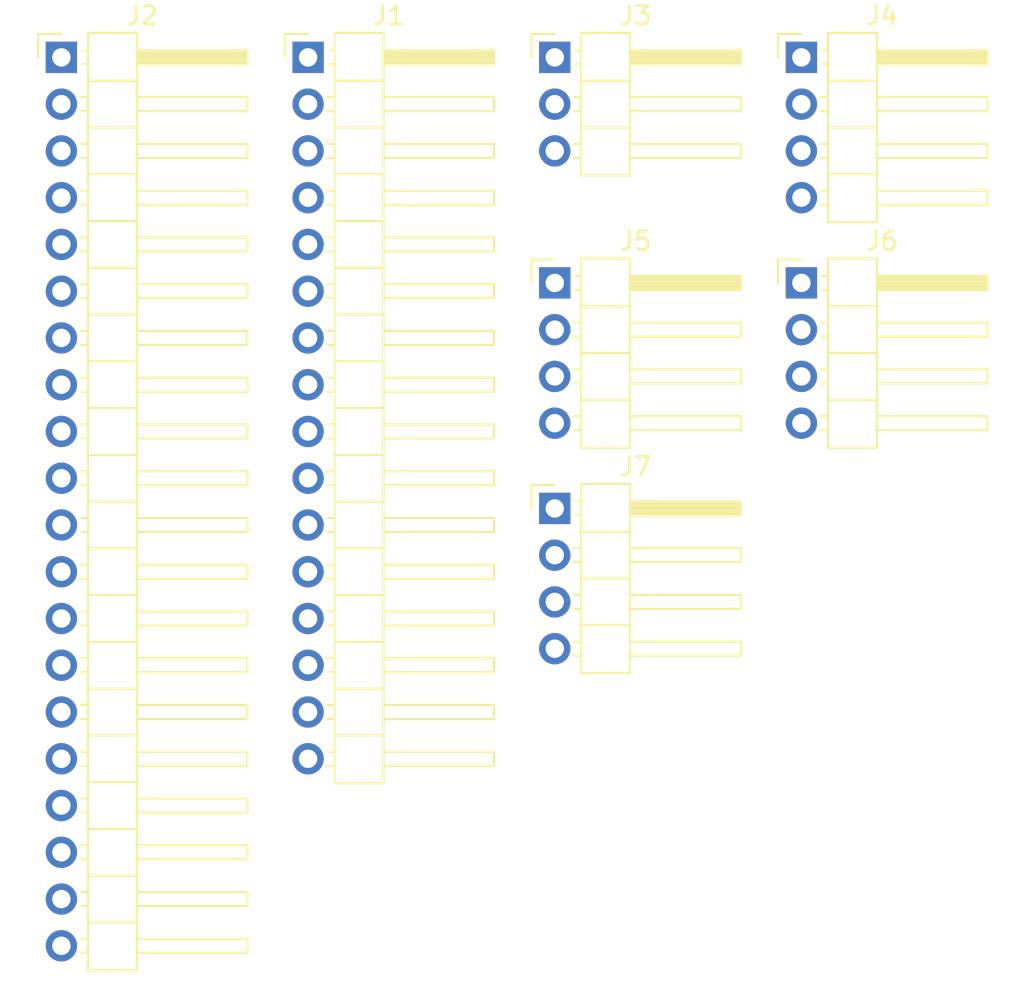
<source format=kicad_pcb>
(kicad_pcb (version 20171130) (host pcbnew "(5.1.7)-1")

  (general
    (thickness 1.6)
    (drawings 0)
    (tracks 0)
    (zones 0)
    (modules 7)
    (nets 46)
  )

  (page A4)
  (layers
    (0 F.Cu signal)
    (31 B.Cu signal)
    (32 B.Adhes user)
    (33 F.Adhes user)
    (34 B.Paste user)
    (35 F.Paste user)
    (36 B.SilkS user)
    (37 F.SilkS user)
    (38 B.Mask user)
    (39 F.Mask user)
    (40 Dwgs.User user)
    (41 Cmts.User user)
    (42 Eco1.User user)
    (43 Eco2.User user)
    (44 Edge.Cuts user)
    (45 Margin user)
    (46 B.CrtYd user)
    (47 F.CrtYd user)
    (48 B.Fab user)
    (49 F.Fab user)
  )

  (setup
    (last_trace_width 0.25)
    (trace_clearance 0.2)
    (zone_clearance 0.508)
    (zone_45_only no)
    (trace_min 0.2)
    (via_size 0.8)
    (via_drill 0.4)
    (via_min_size 0.4)
    (via_min_drill 0.3)
    (uvia_size 0.3)
    (uvia_drill 0.1)
    (uvias_allowed no)
    (uvia_min_size 0.2)
    (uvia_min_drill 0.1)
    (edge_width 0.05)
    (segment_width 0.2)
    (pcb_text_width 0.3)
    (pcb_text_size 1.5 1.5)
    (mod_edge_width 0.12)
    (mod_text_size 1 1)
    (mod_text_width 0.15)
    (pad_size 1.524 1.524)
    (pad_drill 0.762)
    (pad_to_mask_clearance 0)
    (aux_axis_origin 0 0)
    (visible_elements FFFFFF7F)
    (pcbplotparams
      (layerselection 0x010fc_ffffffff)
      (usegerberextensions false)
      (usegerberattributes true)
      (usegerberadvancedattributes true)
      (creategerberjobfile true)
      (excludeedgelayer true)
      (linewidth 0.100000)
      (plotframeref false)
      (viasonmask false)
      (mode 1)
      (useauxorigin false)
      (hpglpennumber 1)
      (hpglpenspeed 20)
      (hpglpendiameter 15.000000)
      (psnegative false)
      (psa4output false)
      (plotreference true)
      (plotvalue true)
      (plotinvisibletext false)
      (padsonsilk false)
      (subtractmaskfromsilk false)
      (outputformat 1)
      (mirror false)
      (drillshape 1)
      (scaleselection 1)
      (outputdirectory ""))
  )

  (net 0 "")
  (net 1 "Net-(J1-Pad16)")
  (net 2 "Net-(J1-Pad15)")
  (net 3 "Net-(J1-Pad14)")
  (net 4 "Net-(J1-Pad13)")
  (net 5 "Net-(J1-Pad12)")
  (net 6 "Net-(J1-Pad11)")
  (net 7 "Net-(J1-Pad10)")
  (net 8 "Net-(J1-Pad9)")
  (net 9 "Net-(J1-Pad8)")
  (net 10 "Net-(J1-Pad7)")
  (net 11 "Net-(J1-Pad6)")
  (net 12 "Net-(J1-Pad5)")
  (net 13 "Net-(J1-Pad4)")
  (net 14 "Net-(J1-Pad3)")
  (net 15 "Net-(J1-Pad2)")
  (net 16 "Net-(J1-Pad1)")
  (net 17 "Net-(J2-Pad20)")
  (net 18 "Net-(J2-Pad19)")
  (net 19 "Net-(J2-Pad18)")
  (net 20 "Net-(J2-Pad17)")
  (net 21 "Net-(J2-Pad16)")
  (net 22 "Net-(J2-Pad15)")
  (net 23 "Net-(J2-Pad14)")
  (net 24 "Net-(J2-Pad13)")
  (net 25 "Net-(J2-Pad12)")
  (net 26 "Net-(J2-Pad11)")
  (net 27 "Net-(J2-Pad10)")
  (net 28 "Net-(J2-Pad9)")
  (net 29 "Net-(J2-Pad8)")
  (net 30 "Net-(J2-Pad7)")
  (net 31 "Net-(J2-Pad6)")
  (net 32 "Net-(J2-Pad5)")
  (net 33 "Net-(J2-Pad4)")
  (net 34 "Net-(J2-Pad3)")
  (net 35 "Net-(J2-Pad2)")
  (net 36 "Net-(J2-Pad1)")
  (net 37 "Net-(J3-Pad1)")
  (net 38 "Net-(J4-Pad2)")
  (net 39 "Net-(J4-Pad1)")
  (net 40 "Net-(J5-Pad2)")
  (net 41 "Net-(J5-Pad1)")
  (net 42 "Net-(J6-Pad1)")
  (net 43 "Net-(J6-Pad2)")
  (net 44 "Net-(J7-Pad1)")
  (net 45 "Net-(J7-Pad2)")

  (net_class Default "This is the default net class."
    (clearance 0.2)
    (trace_width 0.25)
    (via_dia 0.8)
    (via_drill 0.4)
    (uvia_dia 0.3)
    (uvia_drill 0.1)
    (add_net "Net-(J1-Pad1)")
    (add_net "Net-(J1-Pad10)")
    (add_net "Net-(J1-Pad11)")
    (add_net "Net-(J1-Pad12)")
    (add_net "Net-(J1-Pad13)")
    (add_net "Net-(J1-Pad14)")
    (add_net "Net-(J1-Pad15)")
    (add_net "Net-(J1-Pad16)")
    (add_net "Net-(J1-Pad2)")
    (add_net "Net-(J1-Pad3)")
    (add_net "Net-(J1-Pad4)")
    (add_net "Net-(J1-Pad5)")
    (add_net "Net-(J1-Pad6)")
    (add_net "Net-(J1-Pad7)")
    (add_net "Net-(J1-Pad8)")
    (add_net "Net-(J1-Pad9)")
    (add_net "Net-(J2-Pad1)")
    (add_net "Net-(J2-Pad10)")
    (add_net "Net-(J2-Pad11)")
    (add_net "Net-(J2-Pad12)")
    (add_net "Net-(J2-Pad13)")
    (add_net "Net-(J2-Pad14)")
    (add_net "Net-(J2-Pad15)")
    (add_net "Net-(J2-Pad16)")
    (add_net "Net-(J2-Pad17)")
    (add_net "Net-(J2-Pad18)")
    (add_net "Net-(J2-Pad19)")
    (add_net "Net-(J2-Pad2)")
    (add_net "Net-(J2-Pad20)")
    (add_net "Net-(J2-Pad3)")
    (add_net "Net-(J2-Pad4)")
    (add_net "Net-(J2-Pad5)")
    (add_net "Net-(J2-Pad6)")
    (add_net "Net-(J2-Pad7)")
    (add_net "Net-(J2-Pad8)")
    (add_net "Net-(J2-Pad9)")
    (add_net "Net-(J3-Pad1)")
    (add_net "Net-(J4-Pad1)")
    (add_net "Net-(J4-Pad2)")
    (add_net "Net-(J5-Pad1)")
    (add_net "Net-(J5-Pad2)")
    (add_net "Net-(J6-Pad1)")
    (add_net "Net-(J6-Pad2)")
    (add_net "Net-(J7-Pad1)")
    (add_net "Net-(J7-Pad2)")
  )

  (module Pin_Headers:Pin_Header_Angled_1x16_Pitch2.54mm (layer F.Cu) (tedit 59650532) (tstamp 5FF33266)
    (at 90.155001 79.295001)
    (descr "Through hole angled pin header, 1x16, 2.54mm pitch, 6mm pin length, single row")
    (tags "Through hole angled pin header THT 1x16 2.54mm single row")
    (path /5FF349B9)
    (fp_text reference J1 (at 4.385 -2.27) (layer F.SilkS)
      (effects (font (size 1 1) (thickness 0.15)))
    )
    (fp_text value Conn_01x16_Female (at 4.385 40.37) (layer F.Fab)
      (effects (font (size 1 1) (thickness 0.15)))
    )
    (fp_text user %R (at 2.77 19.05 90) (layer F.Fab)
      (effects (font (size 1 1) (thickness 0.15)))
    )
    (fp_line (start 2.135 -1.27) (end 4.04 -1.27) (layer F.Fab) (width 0.1))
    (fp_line (start 4.04 -1.27) (end 4.04 39.37) (layer F.Fab) (width 0.1))
    (fp_line (start 4.04 39.37) (end 1.5 39.37) (layer F.Fab) (width 0.1))
    (fp_line (start 1.5 39.37) (end 1.5 -0.635) (layer F.Fab) (width 0.1))
    (fp_line (start 1.5 -0.635) (end 2.135 -1.27) (layer F.Fab) (width 0.1))
    (fp_line (start -0.32 -0.32) (end 1.5 -0.32) (layer F.Fab) (width 0.1))
    (fp_line (start -0.32 -0.32) (end -0.32 0.32) (layer F.Fab) (width 0.1))
    (fp_line (start -0.32 0.32) (end 1.5 0.32) (layer F.Fab) (width 0.1))
    (fp_line (start 4.04 -0.32) (end 10.04 -0.32) (layer F.Fab) (width 0.1))
    (fp_line (start 10.04 -0.32) (end 10.04 0.32) (layer F.Fab) (width 0.1))
    (fp_line (start 4.04 0.32) (end 10.04 0.32) (layer F.Fab) (width 0.1))
    (fp_line (start -0.32 2.22) (end 1.5 2.22) (layer F.Fab) (width 0.1))
    (fp_line (start -0.32 2.22) (end -0.32 2.86) (layer F.Fab) (width 0.1))
    (fp_line (start -0.32 2.86) (end 1.5 2.86) (layer F.Fab) (width 0.1))
    (fp_line (start 4.04 2.22) (end 10.04 2.22) (layer F.Fab) (width 0.1))
    (fp_line (start 10.04 2.22) (end 10.04 2.86) (layer F.Fab) (width 0.1))
    (fp_line (start 4.04 2.86) (end 10.04 2.86) (layer F.Fab) (width 0.1))
    (fp_line (start -0.32 4.76) (end 1.5 4.76) (layer F.Fab) (width 0.1))
    (fp_line (start -0.32 4.76) (end -0.32 5.4) (layer F.Fab) (width 0.1))
    (fp_line (start -0.32 5.4) (end 1.5 5.4) (layer F.Fab) (width 0.1))
    (fp_line (start 4.04 4.76) (end 10.04 4.76) (layer F.Fab) (width 0.1))
    (fp_line (start 10.04 4.76) (end 10.04 5.4) (layer F.Fab) (width 0.1))
    (fp_line (start 4.04 5.4) (end 10.04 5.4) (layer F.Fab) (width 0.1))
    (fp_line (start -0.32 7.3) (end 1.5 7.3) (layer F.Fab) (width 0.1))
    (fp_line (start -0.32 7.3) (end -0.32 7.94) (layer F.Fab) (width 0.1))
    (fp_line (start -0.32 7.94) (end 1.5 7.94) (layer F.Fab) (width 0.1))
    (fp_line (start 4.04 7.3) (end 10.04 7.3) (layer F.Fab) (width 0.1))
    (fp_line (start 10.04 7.3) (end 10.04 7.94) (layer F.Fab) (width 0.1))
    (fp_line (start 4.04 7.94) (end 10.04 7.94) (layer F.Fab) (width 0.1))
    (fp_line (start -0.32 9.84) (end 1.5 9.84) (layer F.Fab) (width 0.1))
    (fp_line (start -0.32 9.84) (end -0.32 10.48) (layer F.Fab) (width 0.1))
    (fp_line (start -0.32 10.48) (end 1.5 10.48) (layer F.Fab) (width 0.1))
    (fp_line (start 4.04 9.84) (end 10.04 9.84) (layer F.Fab) (width 0.1))
    (fp_line (start 10.04 9.84) (end 10.04 10.48) (layer F.Fab) (width 0.1))
    (fp_line (start 4.04 10.48) (end 10.04 10.48) (layer F.Fab) (width 0.1))
    (fp_line (start -0.32 12.38) (end 1.5 12.38) (layer F.Fab) (width 0.1))
    (fp_line (start -0.32 12.38) (end -0.32 13.02) (layer F.Fab) (width 0.1))
    (fp_line (start -0.32 13.02) (end 1.5 13.02) (layer F.Fab) (width 0.1))
    (fp_line (start 4.04 12.38) (end 10.04 12.38) (layer F.Fab) (width 0.1))
    (fp_line (start 10.04 12.38) (end 10.04 13.02) (layer F.Fab) (width 0.1))
    (fp_line (start 4.04 13.02) (end 10.04 13.02) (layer F.Fab) (width 0.1))
    (fp_line (start -0.32 14.92) (end 1.5 14.92) (layer F.Fab) (width 0.1))
    (fp_line (start -0.32 14.92) (end -0.32 15.56) (layer F.Fab) (width 0.1))
    (fp_line (start -0.32 15.56) (end 1.5 15.56) (layer F.Fab) (width 0.1))
    (fp_line (start 4.04 14.92) (end 10.04 14.92) (layer F.Fab) (width 0.1))
    (fp_line (start 10.04 14.92) (end 10.04 15.56) (layer F.Fab) (width 0.1))
    (fp_line (start 4.04 15.56) (end 10.04 15.56) (layer F.Fab) (width 0.1))
    (fp_line (start -0.32 17.46) (end 1.5 17.46) (layer F.Fab) (width 0.1))
    (fp_line (start -0.32 17.46) (end -0.32 18.1) (layer F.Fab) (width 0.1))
    (fp_line (start -0.32 18.1) (end 1.5 18.1) (layer F.Fab) (width 0.1))
    (fp_line (start 4.04 17.46) (end 10.04 17.46) (layer F.Fab) (width 0.1))
    (fp_line (start 10.04 17.46) (end 10.04 18.1) (layer F.Fab) (width 0.1))
    (fp_line (start 4.04 18.1) (end 10.04 18.1) (layer F.Fab) (width 0.1))
    (fp_line (start -0.32 20) (end 1.5 20) (layer F.Fab) (width 0.1))
    (fp_line (start -0.32 20) (end -0.32 20.64) (layer F.Fab) (width 0.1))
    (fp_line (start -0.32 20.64) (end 1.5 20.64) (layer F.Fab) (width 0.1))
    (fp_line (start 4.04 20) (end 10.04 20) (layer F.Fab) (width 0.1))
    (fp_line (start 10.04 20) (end 10.04 20.64) (layer F.Fab) (width 0.1))
    (fp_line (start 4.04 20.64) (end 10.04 20.64) (layer F.Fab) (width 0.1))
    (fp_line (start -0.32 22.54) (end 1.5 22.54) (layer F.Fab) (width 0.1))
    (fp_line (start -0.32 22.54) (end -0.32 23.18) (layer F.Fab) (width 0.1))
    (fp_line (start -0.32 23.18) (end 1.5 23.18) (layer F.Fab) (width 0.1))
    (fp_line (start 4.04 22.54) (end 10.04 22.54) (layer F.Fab) (width 0.1))
    (fp_line (start 10.04 22.54) (end 10.04 23.18) (layer F.Fab) (width 0.1))
    (fp_line (start 4.04 23.18) (end 10.04 23.18) (layer F.Fab) (width 0.1))
    (fp_line (start -0.32 25.08) (end 1.5 25.08) (layer F.Fab) (width 0.1))
    (fp_line (start -0.32 25.08) (end -0.32 25.72) (layer F.Fab) (width 0.1))
    (fp_line (start -0.32 25.72) (end 1.5 25.72) (layer F.Fab) (width 0.1))
    (fp_line (start 4.04 25.08) (end 10.04 25.08) (layer F.Fab) (width 0.1))
    (fp_line (start 10.04 25.08) (end 10.04 25.72) (layer F.Fab) (width 0.1))
    (fp_line (start 4.04 25.72) (end 10.04 25.72) (layer F.Fab) (width 0.1))
    (fp_line (start -0.32 27.62) (end 1.5 27.62) (layer F.Fab) (width 0.1))
    (fp_line (start -0.32 27.62) (end -0.32 28.26) (layer F.Fab) (width 0.1))
    (fp_line (start -0.32 28.26) (end 1.5 28.26) (layer F.Fab) (width 0.1))
    (fp_line (start 4.04 27.62) (end 10.04 27.62) (layer F.Fab) (width 0.1))
    (fp_line (start 10.04 27.62) (end 10.04 28.26) (layer F.Fab) (width 0.1))
    (fp_line (start 4.04 28.26) (end 10.04 28.26) (layer F.Fab) (width 0.1))
    (fp_line (start -0.32 30.16) (end 1.5 30.16) (layer F.Fab) (width 0.1))
    (fp_line (start -0.32 30.16) (end -0.32 30.8) (layer F.Fab) (width 0.1))
    (fp_line (start -0.32 30.8) (end 1.5 30.8) (layer F.Fab) (width 0.1))
    (fp_line (start 4.04 30.16) (end 10.04 30.16) (layer F.Fab) (width 0.1))
    (fp_line (start 10.04 30.16) (end 10.04 30.8) (layer F.Fab) (width 0.1))
    (fp_line (start 4.04 30.8) (end 10.04 30.8) (layer F.Fab) (width 0.1))
    (fp_line (start -0.32 32.7) (end 1.5 32.7) (layer F.Fab) (width 0.1))
    (fp_line (start -0.32 32.7) (end -0.32 33.34) (layer F.Fab) (width 0.1))
    (fp_line (start -0.32 33.34) (end 1.5 33.34) (layer F.Fab) (width 0.1))
    (fp_line (start 4.04 32.7) (end 10.04 32.7) (layer F.Fab) (width 0.1))
    (fp_line (start 10.04 32.7) (end 10.04 33.34) (layer F.Fab) (width 0.1))
    (fp_line (start 4.04 33.34) (end 10.04 33.34) (layer F.Fab) (width 0.1))
    (fp_line (start -0.32 35.24) (end 1.5 35.24) (layer F.Fab) (width 0.1))
    (fp_line (start -0.32 35.24) (end -0.32 35.88) (layer F.Fab) (width 0.1))
    (fp_line (start -0.32 35.88) (end 1.5 35.88) (layer F.Fab) (width 0.1))
    (fp_line (start 4.04 35.24) (end 10.04 35.24) (layer F.Fab) (width 0.1))
    (fp_line (start 10.04 35.24) (end 10.04 35.88) (layer F.Fab) (width 0.1))
    (fp_line (start 4.04 35.88) (end 10.04 35.88) (layer F.Fab) (width 0.1))
    (fp_line (start -0.32 37.78) (end 1.5 37.78) (layer F.Fab) (width 0.1))
    (fp_line (start -0.32 37.78) (end -0.32 38.42) (layer F.Fab) (width 0.1))
    (fp_line (start -0.32 38.42) (end 1.5 38.42) (layer F.Fab) (width 0.1))
    (fp_line (start 4.04 37.78) (end 10.04 37.78) (layer F.Fab) (width 0.1))
    (fp_line (start 10.04 37.78) (end 10.04 38.42) (layer F.Fab) (width 0.1))
    (fp_line (start 4.04 38.42) (end 10.04 38.42) (layer F.Fab) (width 0.1))
    (fp_line (start 1.44 -1.33) (end 1.44 39.43) (layer F.SilkS) (width 0.12))
    (fp_line (start 1.44 39.43) (end 4.1 39.43) (layer F.SilkS) (width 0.12))
    (fp_line (start 4.1 39.43) (end 4.1 -1.33) (layer F.SilkS) (width 0.12))
    (fp_line (start 4.1 -1.33) (end 1.44 -1.33) (layer F.SilkS) (width 0.12))
    (fp_line (start 4.1 -0.38) (end 10.1 -0.38) (layer F.SilkS) (width 0.12))
    (fp_line (start 10.1 -0.38) (end 10.1 0.38) (layer F.SilkS) (width 0.12))
    (fp_line (start 10.1 0.38) (end 4.1 0.38) (layer F.SilkS) (width 0.12))
    (fp_line (start 4.1 -0.32) (end 10.1 -0.32) (layer F.SilkS) (width 0.12))
    (fp_line (start 4.1 -0.2) (end 10.1 -0.2) (layer F.SilkS) (width 0.12))
    (fp_line (start 4.1 -0.08) (end 10.1 -0.08) (layer F.SilkS) (width 0.12))
    (fp_line (start 4.1 0.04) (end 10.1 0.04) (layer F.SilkS) (width 0.12))
    (fp_line (start 4.1 0.16) (end 10.1 0.16) (layer F.SilkS) (width 0.12))
    (fp_line (start 4.1 0.28) (end 10.1 0.28) (layer F.SilkS) (width 0.12))
    (fp_line (start 1.11 -0.38) (end 1.44 -0.38) (layer F.SilkS) (width 0.12))
    (fp_line (start 1.11 0.38) (end 1.44 0.38) (layer F.SilkS) (width 0.12))
    (fp_line (start 1.44 1.27) (end 4.1 1.27) (layer F.SilkS) (width 0.12))
    (fp_line (start 4.1 2.16) (end 10.1 2.16) (layer F.SilkS) (width 0.12))
    (fp_line (start 10.1 2.16) (end 10.1 2.92) (layer F.SilkS) (width 0.12))
    (fp_line (start 10.1 2.92) (end 4.1 2.92) (layer F.SilkS) (width 0.12))
    (fp_line (start 1.042929 2.16) (end 1.44 2.16) (layer F.SilkS) (width 0.12))
    (fp_line (start 1.042929 2.92) (end 1.44 2.92) (layer F.SilkS) (width 0.12))
    (fp_line (start 1.44 3.81) (end 4.1 3.81) (layer F.SilkS) (width 0.12))
    (fp_line (start 4.1 4.7) (end 10.1 4.7) (layer F.SilkS) (width 0.12))
    (fp_line (start 10.1 4.7) (end 10.1 5.46) (layer F.SilkS) (width 0.12))
    (fp_line (start 10.1 5.46) (end 4.1 5.46) (layer F.SilkS) (width 0.12))
    (fp_line (start 1.042929 4.7) (end 1.44 4.7) (layer F.SilkS) (width 0.12))
    (fp_line (start 1.042929 5.46) (end 1.44 5.46) (layer F.SilkS) (width 0.12))
    (fp_line (start 1.44 6.35) (end 4.1 6.35) (layer F.SilkS) (width 0.12))
    (fp_line (start 4.1 7.24) (end 10.1 7.24) (layer F.SilkS) (width 0.12))
    (fp_line (start 10.1 7.24) (end 10.1 8) (layer F.SilkS) (width 0.12))
    (fp_line (start 10.1 8) (end 4.1 8) (layer F.SilkS) (width 0.12))
    (fp_line (start 1.042929 7.24) (end 1.44 7.24) (layer F.SilkS) (width 0.12))
    (fp_line (start 1.042929 8) (end 1.44 8) (layer F.SilkS) (width 0.12))
    (fp_line (start 1.44 8.89) (end 4.1 8.89) (layer F.SilkS) (width 0.12))
    (fp_line (start 4.1 9.78) (end 10.1 9.78) (layer F.SilkS) (width 0.12))
    (fp_line (start 10.1 9.78) (end 10.1 10.54) (layer F.SilkS) (width 0.12))
    (fp_line (start 10.1 10.54) (end 4.1 10.54) (layer F.SilkS) (width 0.12))
    (fp_line (start 1.042929 9.78) (end 1.44 9.78) (layer F.SilkS) (width 0.12))
    (fp_line (start 1.042929 10.54) (end 1.44 10.54) (layer F.SilkS) (width 0.12))
    (fp_line (start 1.44 11.43) (end 4.1 11.43) (layer F.SilkS) (width 0.12))
    (fp_line (start 4.1 12.32) (end 10.1 12.32) (layer F.SilkS) (width 0.12))
    (fp_line (start 10.1 12.32) (end 10.1 13.08) (layer F.SilkS) (width 0.12))
    (fp_line (start 10.1 13.08) (end 4.1 13.08) (layer F.SilkS) (width 0.12))
    (fp_line (start 1.042929 12.32) (end 1.44 12.32) (layer F.SilkS) (width 0.12))
    (fp_line (start 1.042929 13.08) (end 1.44 13.08) (layer F.SilkS) (width 0.12))
    (fp_line (start 1.44 13.97) (end 4.1 13.97) (layer F.SilkS) (width 0.12))
    (fp_line (start 4.1 14.86) (end 10.1 14.86) (layer F.SilkS) (width 0.12))
    (fp_line (start 10.1 14.86) (end 10.1 15.62) (layer F.SilkS) (width 0.12))
    (fp_line (start 10.1 15.62) (end 4.1 15.62) (layer F.SilkS) (width 0.12))
    (fp_line (start 1.042929 14.86) (end 1.44 14.86) (layer F.SilkS) (width 0.12))
    (fp_line (start 1.042929 15.62) (end 1.44 15.62) (layer F.SilkS) (width 0.12))
    (fp_line (start 1.44 16.51) (end 4.1 16.51) (layer F.SilkS) (width 0.12))
    (fp_line (start 4.1 17.4) (end 10.1 17.4) (layer F.SilkS) (width 0.12))
    (fp_line (start 10.1 17.4) (end 10.1 18.16) (layer F.SilkS) (width 0.12))
    (fp_line (start 10.1 18.16) (end 4.1 18.16) (layer F.SilkS) (width 0.12))
    (fp_line (start 1.042929 17.4) (end 1.44 17.4) (layer F.SilkS) (width 0.12))
    (fp_line (start 1.042929 18.16) (end 1.44 18.16) (layer F.SilkS) (width 0.12))
    (fp_line (start 1.44 19.05) (end 4.1 19.05) (layer F.SilkS) (width 0.12))
    (fp_line (start 4.1 19.94) (end 10.1 19.94) (layer F.SilkS) (width 0.12))
    (fp_line (start 10.1 19.94) (end 10.1 20.7) (layer F.SilkS) (width 0.12))
    (fp_line (start 10.1 20.7) (end 4.1 20.7) (layer F.SilkS) (width 0.12))
    (fp_line (start 1.042929 19.94) (end 1.44 19.94) (layer F.SilkS) (width 0.12))
    (fp_line (start 1.042929 20.7) (end 1.44 20.7) (layer F.SilkS) (width 0.12))
    (fp_line (start 1.44 21.59) (end 4.1 21.59) (layer F.SilkS) (width 0.12))
    (fp_line (start 4.1 22.48) (end 10.1 22.48) (layer F.SilkS) (width 0.12))
    (fp_line (start 10.1 22.48) (end 10.1 23.24) (layer F.SilkS) (width 0.12))
    (fp_line (start 10.1 23.24) (end 4.1 23.24) (layer F.SilkS) (width 0.12))
    (fp_line (start 1.042929 22.48) (end 1.44 22.48) (layer F.SilkS) (width 0.12))
    (fp_line (start 1.042929 23.24) (end 1.44 23.24) (layer F.SilkS) (width 0.12))
    (fp_line (start 1.44 24.13) (end 4.1 24.13) (layer F.SilkS) (width 0.12))
    (fp_line (start 4.1 25.02) (end 10.1 25.02) (layer F.SilkS) (width 0.12))
    (fp_line (start 10.1 25.02) (end 10.1 25.78) (layer F.SilkS) (width 0.12))
    (fp_line (start 10.1 25.78) (end 4.1 25.78) (layer F.SilkS) (width 0.12))
    (fp_line (start 1.042929 25.02) (end 1.44 25.02) (layer F.SilkS) (width 0.12))
    (fp_line (start 1.042929 25.78) (end 1.44 25.78) (layer F.SilkS) (width 0.12))
    (fp_line (start 1.44 26.67) (end 4.1 26.67) (layer F.SilkS) (width 0.12))
    (fp_line (start 4.1 27.56) (end 10.1 27.56) (layer F.SilkS) (width 0.12))
    (fp_line (start 10.1 27.56) (end 10.1 28.32) (layer F.SilkS) (width 0.12))
    (fp_line (start 10.1 28.32) (end 4.1 28.32) (layer F.SilkS) (width 0.12))
    (fp_line (start 1.042929 27.56) (end 1.44 27.56) (layer F.SilkS) (width 0.12))
    (fp_line (start 1.042929 28.32) (end 1.44 28.32) (layer F.SilkS) (width 0.12))
    (fp_line (start 1.44 29.21) (end 4.1 29.21) (layer F.SilkS) (width 0.12))
    (fp_line (start 4.1 30.1) (end 10.1 30.1) (layer F.SilkS) (width 0.12))
    (fp_line (start 10.1 30.1) (end 10.1 30.86) (layer F.SilkS) (width 0.12))
    (fp_line (start 10.1 30.86) (end 4.1 30.86) (layer F.SilkS) (width 0.12))
    (fp_line (start 1.042929 30.1) (end 1.44 30.1) (layer F.SilkS) (width 0.12))
    (fp_line (start 1.042929 30.86) (end 1.44 30.86) (layer F.SilkS) (width 0.12))
    (fp_line (start 1.44 31.75) (end 4.1 31.75) (layer F.SilkS) (width 0.12))
    (fp_line (start 4.1 32.64) (end 10.1 32.64) (layer F.SilkS) (width 0.12))
    (fp_line (start 10.1 32.64) (end 10.1 33.4) (layer F.SilkS) (width 0.12))
    (fp_line (start 10.1 33.4) (end 4.1 33.4) (layer F.SilkS) (width 0.12))
    (fp_line (start 1.042929 32.64) (end 1.44 32.64) (layer F.SilkS) (width 0.12))
    (fp_line (start 1.042929 33.4) (end 1.44 33.4) (layer F.SilkS) (width 0.12))
    (fp_line (start 1.44 34.29) (end 4.1 34.29) (layer F.SilkS) (width 0.12))
    (fp_line (start 4.1 35.18) (end 10.1 35.18) (layer F.SilkS) (width 0.12))
    (fp_line (start 10.1 35.18) (end 10.1 35.94) (layer F.SilkS) (width 0.12))
    (fp_line (start 10.1 35.94) (end 4.1 35.94) (layer F.SilkS) (width 0.12))
    (fp_line (start 1.042929 35.18) (end 1.44 35.18) (layer F.SilkS) (width 0.12))
    (fp_line (start 1.042929 35.94) (end 1.44 35.94) (layer F.SilkS) (width 0.12))
    (fp_line (start 1.44 36.83) (end 4.1 36.83) (layer F.SilkS) (width 0.12))
    (fp_line (start 4.1 37.72) (end 10.1 37.72) (layer F.SilkS) (width 0.12))
    (fp_line (start 10.1 37.72) (end 10.1 38.48) (layer F.SilkS) (width 0.12))
    (fp_line (start 10.1 38.48) (end 4.1 38.48) (layer F.SilkS) (width 0.12))
    (fp_line (start 1.042929 37.72) (end 1.44 37.72) (layer F.SilkS) (width 0.12))
    (fp_line (start 1.042929 38.48) (end 1.44 38.48) (layer F.SilkS) (width 0.12))
    (fp_line (start -1.27 0) (end -1.27 -1.27) (layer F.SilkS) (width 0.12))
    (fp_line (start -1.27 -1.27) (end 0 -1.27) (layer F.SilkS) (width 0.12))
    (fp_line (start -1.8 -1.8) (end -1.8 39.9) (layer F.CrtYd) (width 0.05))
    (fp_line (start -1.8 39.9) (end 10.55 39.9) (layer F.CrtYd) (width 0.05))
    (fp_line (start 10.55 39.9) (end 10.55 -1.8) (layer F.CrtYd) (width 0.05))
    (fp_line (start 10.55 -1.8) (end -1.8 -1.8) (layer F.CrtYd) (width 0.05))
    (pad 16 thru_hole oval (at 0 38.1) (size 1.7 1.7) (drill 1) (layers *.Cu *.Mask)
      (net 1 "Net-(J1-Pad16)"))
    (pad 15 thru_hole oval (at 0 35.56) (size 1.7 1.7) (drill 1) (layers *.Cu *.Mask)
      (net 2 "Net-(J1-Pad15)"))
    (pad 14 thru_hole oval (at 0 33.02) (size 1.7 1.7) (drill 1) (layers *.Cu *.Mask)
      (net 3 "Net-(J1-Pad14)"))
    (pad 13 thru_hole oval (at 0 30.48) (size 1.7 1.7) (drill 1) (layers *.Cu *.Mask)
      (net 4 "Net-(J1-Pad13)"))
    (pad 12 thru_hole oval (at 0 27.94) (size 1.7 1.7) (drill 1) (layers *.Cu *.Mask)
      (net 5 "Net-(J1-Pad12)"))
    (pad 11 thru_hole oval (at 0 25.4) (size 1.7 1.7) (drill 1) (layers *.Cu *.Mask)
      (net 6 "Net-(J1-Pad11)"))
    (pad 10 thru_hole oval (at 0 22.86) (size 1.7 1.7) (drill 1) (layers *.Cu *.Mask)
      (net 7 "Net-(J1-Pad10)"))
    (pad 9 thru_hole oval (at 0 20.32) (size 1.7 1.7) (drill 1) (layers *.Cu *.Mask)
      (net 8 "Net-(J1-Pad9)"))
    (pad 8 thru_hole oval (at 0 17.78) (size 1.7 1.7) (drill 1) (layers *.Cu *.Mask)
      (net 9 "Net-(J1-Pad8)"))
    (pad 7 thru_hole oval (at 0 15.24) (size 1.7 1.7) (drill 1) (layers *.Cu *.Mask)
      (net 10 "Net-(J1-Pad7)"))
    (pad 6 thru_hole oval (at 0 12.7) (size 1.7 1.7) (drill 1) (layers *.Cu *.Mask)
      (net 11 "Net-(J1-Pad6)"))
    (pad 5 thru_hole oval (at 0 10.16) (size 1.7 1.7) (drill 1) (layers *.Cu *.Mask)
      (net 12 "Net-(J1-Pad5)"))
    (pad 4 thru_hole oval (at 0 7.62) (size 1.7 1.7) (drill 1) (layers *.Cu *.Mask)
      (net 13 "Net-(J1-Pad4)"))
    (pad 3 thru_hole oval (at 0 5.08) (size 1.7 1.7) (drill 1) (layers *.Cu *.Mask)
      (net 14 "Net-(J1-Pad3)"))
    (pad 2 thru_hole oval (at 0 2.54) (size 1.7 1.7) (drill 1) (layers *.Cu *.Mask)
      (net 15 "Net-(J1-Pad2)"))
    (pad 1 thru_hole rect (at 0 0) (size 1.7 1.7) (drill 1) (layers *.Cu *.Mask)
      (net 16 "Net-(J1-Pad1)"))
    (model ${KISYS3DMOD}/Pin_Headers.3dshapes/Pin_Header_Angled_1x16_Pitch2.54mm.wrl
      (at (xyz 0 0 0))
      (scale (xyz 1 1 1))
      (rotate (xyz 0 0 0))
    )
  )

  (module Pin_Headers:Pin_Header_Angled_1x20_Pitch2.54mm (layer F.Cu) (tedit 59650532) (tstamp 5FF33383)
    (at 76.755001 79.295001)
    (descr "Through hole angled pin header, 1x20, 2.54mm pitch, 6mm pin length, single row")
    (tags "Through hole angled pin header THT 1x20 2.54mm single row")
    (path /5FF36DB9)
    (fp_text reference J2 (at 4.385 -2.27) (layer F.SilkS)
      (effects (font (size 1 1) (thickness 0.15)))
    )
    (fp_text value Conn_01x20_Female (at 4.385 50.53) (layer F.Fab)
      (effects (font (size 1 1) (thickness 0.15)))
    )
    (fp_text user %R (at 2.77 24.13 90) (layer F.Fab)
      (effects (font (size 1 1) (thickness 0.15)))
    )
    (fp_line (start 2.135 -1.27) (end 4.04 -1.27) (layer F.Fab) (width 0.1))
    (fp_line (start 4.04 -1.27) (end 4.04 49.53) (layer F.Fab) (width 0.1))
    (fp_line (start 4.04 49.53) (end 1.5 49.53) (layer F.Fab) (width 0.1))
    (fp_line (start 1.5 49.53) (end 1.5 -0.635) (layer F.Fab) (width 0.1))
    (fp_line (start 1.5 -0.635) (end 2.135 -1.27) (layer F.Fab) (width 0.1))
    (fp_line (start -0.32 -0.32) (end 1.5 -0.32) (layer F.Fab) (width 0.1))
    (fp_line (start -0.32 -0.32) (end -0.32 0.32) (layer F.Fab) (width 0.1))
    (fp_line (start -0.32 0.32) (end 1.5 0.32) (layer F.Fab) (width 0.1))
    (fp_line (start 4.04 -0.32) (end 10.04 -0.32) (layer F.Fab) (width 0.1))
    (fp_line (start 10.04 -0.32) (end 10.04 0.32) (layer F.Fab) (width 0.1))
    (fp_line (start 4.04 0.32) (end 10.04 0.32) (layer F.Fab) (width 0.1))
    (fp_line (start -0.32 2.22) (end 1.5 2.22) (layer F.Fab) (width 0.1))
    (fp_line (start -0.32 2.22) (end -0.32 2.86) (layer F.Fab) (width 0.1))
    (fp_line (start -0.32 2.86) (end 1.5 2.86) (layer F.Fab) (width 0.1))
    (fp_line (start 4.04 2.22) (end 10.04 2.22) (layer F.Fab) (width 0.1))
    (fp_line (start 10.04 2.22) (end 10.04 2.86) (layer F.Fab) (width 0.1))
    (fp_line (start 4.04 2.86) (end 10.04 2.86) (layer F.Fab) (width 0.1))
    (fp_line (start -0.32 4.76) (end 1.5 4.76) (layer F.Fab) (width 0.1))
    (fp_line (start -0.32 4.76) (end -0.32 5.4) (layer F.Fab) (width 0.1))
    (fp_line (start -0.32 5.4) (end 1.5 5.4) (layer F.Fab) (width 0.1))
    (fp_line (start 4.04 4.76) (end 10.04 4.76) (layer F.Fab) (width 0.1))
    (fp_line (start 10.04 4.76) (end 10.04 5.4) (layer F.Fab) (width 0.1))
    (fp_line (start 4.04 5.4) (end 10.04 5.4) (layer F.Fab) (width 0.1))
    (fp_line (start -0.32 7.3) (end 1.5 7.3) (layer F.Fab) (width 0.1))
    (fp_line (start -0.32 7.3) (end -0.32 7.94) (layer F.Fab) (width 0.1))
    (fp_line (start -0.32 7.94) (end 1.5 7.94) (layer F.Fab) (width 0.1))
    (fp_line (start 4.04 7.3) (end 10.04 7.3) (layer F.Fab) (width 0.1))
    (fp_line (start 10.04 7.3) (end 10.04 7.94) (layer F.Fab) (width 0.1))
    (fp_line (start 4.04 7.94) (end 10.04 7.94) (layer F.Fab) (width 0.1))
    (fp_line (start -0.32 9.84) (end 1.5 9.84) (layer F.Fab) (width 0.1))
    (fp_line (start -0.32 9.84) (end -0.32 10.48) (layer F.Fab) (width 0.1))
    (fp_line (start -0.32 10.48) (end 1.5 10.48) (layer F.Fab) (width 0.1))
    (fp_line (start 4.04 9.84) (end 10.04 9.84) (layer F.Fab) (width 0.1))
    (fp_line (start 10.04 9.84) (end 10.04 10.48) (layer F.Fab) (width 0.1))
    (fp_line (start 4.04 10.48) (end 10.04 10.48) (layer F.Fab) (width 0.1))
    (fp_line (start -0.32 12.38) (end 1.5 12.38) (layer F.Fab) (width 0.1))
    (fp_line (start -0.32 12.38) (end -0.32 13.02) (layer F.Fab) (width 0.1))
    (fp_line (start -0.32 13.02) (end 1.5 13.02) (layer F.Fab) (width 0.1))
    (fp_line (start 4.04 12.38) (end 10.04 12.38) (layer F.Fab) (width 0.1))
    (fp_line (start 10.04 12.38) (end 10.04 13.02) (layer F.Fab) (width 0.1))
    (fp_line (start 4.04 13.02) (end 10.04 13.02) (layer F.Fab) (width 0.1))
    (fp_line (start -0.32 14.92) (end 1.5 14.92) (layer F.Fab) (width 0.1))
    (fp_line (start -0.32 14.92) (end -0.32 15.56) (layer F.Fab) (width 0.1))
    (fp_line (start -0.32 15.56) (end 1.5 15.56) (layer F.Fab) (width 0.1))
    (fp_line (start 4.04 14.92) (end 10.04 14.92) (layer F.Fab) (width 0.1))
    (fp_line (start 10.04 14.92) (end 10.04 15.56) (layer F.Fab) (width 0.1))
    (fp_line (start 4.04 15.56) (end 10.04 15.56) (layer F.Fab) (width 0.1))
    (fp_line (start -0.32 17.46) (end 1.5 17.46) (layer F.Fab) (width 0.1))
    (fp_line (start -0.32 17.46) (end -0.32 18.1) (layer F.Fab) (width 0.1))
    (fp_line (start -0.32 18.1) (end 1.5 18.1) (layer F.Fab) (width 0.1))
    (fp_line (start 4.04 17.46) (end 10.04 17.46) (layer F.Fab) (width 0.1))
    (fp_line (start 10.04 17.46) (end 10.04 18.1) (layer F.Fab) (width 0.1))
    (fp_line (start 4.04 18.1) (end 10.04 18.1) (layer F.Fab) (width 0.1))
    (fp_line (start -0.32 20) (end 1.5 20) (layer F.Fab) (width 0.1))
    (fp_line (start -0.32 20) (end -0.32 20.64) (layer F.Fab) (width 0.1))
    (fp_line (start -0.32 20.64) (end 1.5 20.64) (layer F.Fab) (width 0.1))
    (fp_line (start 4.04 20) (end 10.04 20) (layer F.Fab) (width 0.1))
    (fp_line (start 10.04 20) (end 10.04 20.64) (layer F.Fab) (width 0.1))
    (fp_line (start 4.04 20.64) (end 10.04 20.64) (layer F.Fab) (width 0.1))
    (fp_line (start -0.32 22.54) (end 1.5 22.54) (layer F.Fab) (width 0.1))
    (fp_line (start -0.32 22.54) (end -0.32 23.18) (layer F.Fab) (width 0.1))
    (fp_line (start -0.32 23.18) (end 1.5 23.18) (layer F.Fab) (width 0.1))
    (fp_line (start 4.04 22.54) (end 10.04 22.54) (layer F.Fab) (width 0.1))
    (fp_line (start 10.04 22.54) (end 10.04 23.18) (layer F.Fab) (width 0.1))
    (fp_line (start 4.04 23.18) (end 10.04 23.18) (layer F.Fab) (width 0.1))
    (fp_line (start -0.32 25.08) (end 1.5 25.08) (layer F.Fab) (width 0.1))
    (fp_line (start -0.32 25.08) (end -0.32 25.72) (layer F.Fab) (width 0.1))
    (fp_line (start -0.32 25.72) (end 1.5 25.72) (layer F.Fab) (width 0.1))
    (fp_line (start 4.04 25.08) (end 10.04 25.08) (layer F.Fab) (width 0.1))
    (fp_line (start 10.04 25.08) (end 10.04 25.72) (layer F.Fab) (width 0.1))
    (fp_line (start 4.04 25.72) (end 10.04 25.72) (layer F.Fab) (width 0.1))
    (fp_line (start -0.32 27.62) (end 1.5 27.62) (layer F.Fab) (width 0.1))
    (fp_line (start -0.32 27.62) (end -0.32 28.26) (layer F.Fab) (width 0.1))
    (fp_line (start -0.32 28.26) (end 1.5 28.26) (layer F.Fab) (width 0.1))
    (fp_line (start 4.04 27.62) (end 10.04 27.62) (layer F.Fab) (width 0.1))
    (fp_line (start 10.04 27.62) (end 10.04 28.26) (layer F.Fab) (width 0.1))
    (fp_line (start 4.04 28.26) (end 10.04 28.26) (layer F.Fab) (width 0.1))
    (fp_line (start -0.32 30.16) (end 1.5 30.16) (layer F.Fab) (width 0.1))
    (fp_line (start -0.32 30.16) (end -0.32 30.8) (layer F.Fab) (width 0.1))
    (fp_line (start -0.32 30.8) (end 1.5 30.8) (layer F.Fab) (width 0.1))
    (fp_line (start 4.04 30.16) (end 10.04 30.16) (layer F.Fab) (width 0.1))
    (fp_line (start 10.04 30.16) (end 10.04 30.8) (layer F.Fab) (width 0.1))
    (fp_line (start 4.04 30.8) (end 10.04 30.8) (layer F.Fab) (width 0.1))
    (fp_line (start -0.32 32.7) (end 1.5 32.7) (layer F.Fab) (width 0.1))
    (fp_line (start -0.32 32.7) (end -0.32 33.34) (layer F.Fab) (width 0.1))
    (fp_line (start -0.32 33.34) (end 1.5 33.34) (layer F.Fab) (width 0.1))
    (fp_line (start 4.04 32.7) (end 10.04 32.7) (layer F.Fab) (width 0.1))
    (fp_line (start 10.04 32.7) (end 10.04 33.34) (layer F.Fab) (width 0.1))
    (fp_line (start 4.04 33.34) (end 10.04 33.34) (layer F.Fab) (width 0.1))
    (fp_line (start -0.32 35.24) (end 1.5 35.24) (layer F.Fab) (width 0.1))
    (fp_line (start -0.32 35.24) (end -0.32 35.88) (layer F.Fab) (width 0.1))
    (fp_line (start -0.32 35.88) (end 1.5 35.88) (layer F.Fab) (width 0.1))
    (fp_line (start 4.04 35.24) (end 10.04 35.24) (layer F.Fab) (width 0.1))
    (fp_line (start 10.04 35.24) (end 10.04 35.88) (layer F.Fab) (width 0.1))
    (fp_line (start 4.04 35.88) (end 10.04 35.88) (layer F.Fab) (width 0.1))
    (fp_line (start -0.32 37.78) (end 1.5 37.78) (layer F.Fab) (width 0.1))
    (fp_line (start -0.32 37.78) (end -0.32 38.42) (layer F.Fab) (width 0.1))
    (fp_line (start -0.32 38.42) (end 1.5 38.42) (layer F.Fab) (width 0.1))
    (fp_line (start 4.04 37.78) (end 10.04 37.78) (layer F.Fab) (width 0.1))
    (fp_line (start 10.04 37.78) (end 10.04 38.42) (layer F.Fab) (width 0.1))
    (fp_line (start 4.04 38.42) (end 10.04 38.42) (layer F.Fab) (width 0.1))
    (fp_line (start -0.32 40.32) (end 1.5 40.32) (layer F.Fab) (width 0.1))
    (fp_line (start -0.32 40.32) (end -0.32 40.96) (layer F.Fab) (width 0.1))
    (fp_line (start -0.32 40.96) (end 1.5 40.96) (layer F.Fab) (width 0.1))
    (fp_line (start 4.04 40.32) (end 10.04 40.32) (layer F.Fab) (width 0.1))
    (fp_line (start 10.04 40.32) (end 10.04 40.96) (layer F.Fab) (width 0.1))
    (fp_line (start 4.04 40.96) (end 10.04 40.96) (layer F.Fab) (width 0.1))
    (fp_line (start -0.32 42.86) (end 1.5 42.86) (layer F.Fab) (width 0.1))
    (fp_line (start -0.32 42.86) (end -0.32 43.5) (layer F.Fab) (width 0.1))
    (fp_line (start -0.32 43.5) (end 1.5 43.5) (layer F.Fab) (width 0.1))
    (fp_line (start 4.04 42.86) (end 10.04 42.86) (layer F.Fab) (width 0.1))
    (fp_line (start 10.04 42.86) (end 10.04 43.5) (layer F.Fab) (width 0.1))
    (fp_line (start 4.04 43.5) (end 10.04 43.5) (layer F.Fab) (width 0.1))
    (fp_line (start -0.32 45.4) (end 1.5 45.4) (layer F.Fab) (width 0.1))
    (fp_line (start -0.32 45.4) (end -0.32 46.04) (layer F.Fab) (width 0.1))
    (fp_line (start -0.32 46.04) (end 1.5 46.04) (layer F.Fab) (width 0.1))
    (fp_line (start 4.04 45.4) (end 10.04 45.4) (layer F.Fab) (width 0.1))
    (fp_line (start 10.04 45.4) (end 10.04 46.04) (layer F.Fab) (width 0.1))
    (fp_line (start 4.04 46.04) (end 10.04 46.04) (layer F.Fab) (width 0.1))
    (fp_line (start -0.32 47.94) (end 1.5 47.94) (layer F.Fab) (width 0.1))
    (fp_line (start -0.32 47.94) (end -0.32 48.58) (layer F.Fab) (width 0.1))
    (fp_line (start -0.32 48.58) (end 1.5 48.58) (layer F.Fab) (width 0.1))
    (fp_line (start 4.04 47.94) (end 10.04 47.94) (layer F.Fab) (width 0.1))
    (fp_line (start 10.04 47.94) (end 10.04 48.58) (layer F.Fab) (width 0.1))
    (fp_line (start 4.04 48.58) (end 10.04 48.58) (layer F.Fab) (width 0.1))
    (fp_line (start 1.44 -1.33) (end 1.44 49.59) (layer F.SilkS) (width 0.12))
    (fp_line (start 1.44 49.59) (end 4.1 49.59) (layer F.SilkS) (width 0.12))
    (fp_line (start 4.1 49.59) (end 4.1 -1.33) (layer F.SilkS) (width 0.12))
    (fp_line (start 4.1 -1.33) (end 1.44 -1.33) (layer F.SilkS) (width 0.12))
    (fp_line (start 4.1 -0.38) (end 10.1 -0.38) (layer F.SilkS) (width 0.12))
    (fp_line (start 10.1 -0.38) (end 10.1 0.38) (layer F.SilkS) (width 0.12))
    (fp_line (start 10.1 0.38) (end 4.1 0.38) (layer F.SilkS) (width 0.12))
    (fp_line (start 4.1 -0.32) (end 10.1 -0.32) (layer F.SilkS) (width 0.12))
    (fp_line (start 4.1 -0.2) (end 10.1 -0.2) (layer F.SilkS) (width 0.12))
    (fp_line (start 4.1 -0.08) (end 10.1 -0.08) (layer F.SilkS) (width 0.12))
    (fp_line (start 4.1 0.04) (end 10.1 0.04) (layer F.SilkS) (width 0.12))
    (fp_line (start 4.1 0.16) (end 10.1 0.16) (layer F.SilkS) (width 0.12))
    (fp_line (start 4.1 0.28) (end 10.1 0.28) (layer F.SilkS) (width 0.12))
    (fp_line (start 1.11 -0.38) (end 1.44 -0.38) (layer F.SilkS) (width 0.12))
    (fp_line (start 1.11 0.38) (end 1.44 0.38) (layer F.SilkS) (width 0.12))
    (fp_line (start 1.44 1.27) (end 4.1 1.27) (layer F.SilkS) (width 0.12))
    (fp_line (start 4.1 2.16) (end 10.1 2.16) (layer F.SilkS) (width 0.12))
    (fp_line (start 10.1 2.16) (end 10.1 2.92) (layer F.SilkS) (width 0.12))
    (fp_line (start 10.1 2.92) (end 4.1 2.92) (layer F.SilkS) (width 0.12))
    (fp_line (start 1.042929 2.16) (end 1.44 2.16) (layer F.SilkS) (width 0.12))
    (fp_line (start 1.042929 2.92) (end 1.44 2.92) (layer F.SilkS) (width 0.12))
    (fp_line (start 1.44 3.81) (end 4.1 3.81) (layer F.SilkS) (width 0.12))
    (fp_line (start 4.1 4.7) (end 10.1 4.7) (layer F.SilkS) (width 0.12))
    (fp_line (start 10.1 4.7) (end 10.1 5.46) (layer F.SilkS) (width 0.12))
    (fp_line (start 10.1 5.46) (end 4.1 5.46) (layer F.SilkS) (width 0.12))
    (fp_line (start 1.042929 4.7) (end 1.44 4.7) (layer F.SilkS) (width 0.12))
    (fp_line (start 1.042929 5.46) (end 1.44 5.46) (layer F.SilkS) (width 0.12))
    (fp_line (start 1.44 6.35) (end 4.1 6.35) (layer F.SilkS) (width 0.12))
    (fp_line (start 4.1 7.24) (end 10.1 7.24) (layer F.SilkS) (width 0.12))
    (fp_line (start 10.1 7.24) (end 10.1 8) (layer F.SilkS) (width 0.12))
    (fp_line (start 10.1 8) (end 4.1 8) (layer F.SilkS) (width 0.12))
    (fp_line (start 1.042929 7.24) (end 1.44 7.24) (layer F.SilkS) (width 0.12))
    (fp_line (start 1.042929 8) (end 1.44 8) (layer F.SilkS) (width 0.12))
    (fp_line (start 1.44 8.89) (end 4.1 8.89) (layer F.SilkS) (width 0.12))
    (fp_line (start 4.1 9.78) (end 10.1 9.78) (layer F.SilkS) (width 0.12))
    (fp_line (start 10.1 9.78) (end 10.1 10.54) (layer F.SilkS) (width 0.12))
    (fp_line (start 10.1 10.54) (end 4.1 10.54) (layer F.SilkS) (width 0.12))
    (fp_line (start 1.042929 9.78) (end 1.44 9.78) (layer F.SilkS) (width 0.12))
    (fp_line (start 1.042929 10.54) (end 1.44 10.54) (layer F.SilkS) (width 0.12))
    (fp_line (start 1.44 11.43) (end 4.1 11.43) (layer F.SilkS) (width 0.12))
    (fp_line (start 4.1 12.32) (end 10.1 12.32) (layer F.SilkS) (width 0.12))
    (fp_line (start 10.1 12.32) (end 10.1 13.08) (layer F.SilkS) (width 0.12))
    (fp_line (start 10.1 13.08) (end 4.1 13.08) (layer F.SilkS) (width 0.12))
    (fp_line (start 1.042929 12.32) (end 1.44 12.32) (layer F.SilkS) (width 0.12))
    (fp_line (start 1.042929 13.08) (end 1.44 13.08) (layer F.SilkS) (width 0.12))
    (fp_line (start 1.44 13.97) (end 4.1 13.97) (layer F.SilkS) (width 0.12))
    (fp_line (start 4.1 14.86) (end 10.1 14.86) (layer F.SilkS) (width 0.12))
    (fp_line (start 10.1 14.86) (end 10.1 15.62) (layer F.SilkS) (width 0.12))
    (fp_line (start 10.1 15.62) (end 4.1 15.62) (layer F.SilkS) (width 0.12))
    (fp_line (start 1.042929 14.86) (end 1.44 14.86) (layer F.SilkS) (width 0.12))
    (fp_line (start 1.042929 15.62) (end 1.44 15.62) (layer F.SilkS) (width 0.12))
    (fp_line (start 1.44 16.51) (end 4.1 16.51) (layer F.SilkS) (width 0.12))
    (fp_line (start 4.1 17.4) (end 10.1 17.4) (layer F.SilkS) (width 0.12))
    (fp_line (start 10.1 17.4) (end 10.1 18.16) (layer F.SilkS) (width 0.12))
    (fp_line (start 10.1 18.16) (end 4.1 18.16) (layer F.SilkS) (width 0.12))
    (fp_line (start 1.042929 17.4) (end 1.44 17.4) (layer F.SilkS) (width 0.12))
    (fp_line (start 1.042929 18.16) (end 1.44 18.16) (layer F.SilkS) (width 0.12))
    (fp_line (start 1.44 19.05) (end 4.1 19.05) (layer F.SilkS) (width 0.12))
    (fp_line (start 4.1 19.94) (end 10.1 19.94) (layer F.SilkS) (width 0.12))
    (fp_line (start 10.1 19.94) (end 10.1 20.7) (layer F.SilkS) (width 0.12))
    (fp_line (start 10.1 20.7) (end 4.1 20.7) (layer F.SilkS) (width 0.12))
    (fp_line (start 1.042929 19.94) (end 1.44 19.94) (layer F.SilkS) (width 0.12))
    (fp_line (start 1.042929 20.7) (end 1.44 20.7) (layer F.SilkS) (width 0.12))
    (fp_line (start 1.44 21.59) (end 4.1 21.59) (layer F.SilkS) (width 0.12))
    (fp_line (start 4.1 22.48) (end 10.1 22.48) (layer F.SilkS) (width 0.12))
    (fp_line (start 10.1 22.48) (end 10.1 23.24) (layer F.SilkS) (width 0.12))
    (fp_line (start 10.1 23.24) (end 4.1 23.24) (layer F.SilkS) (width 0.12))
    (fp_line (start 1.042929 22.48) (end 1.44 22.48) (layer F.SilkS) (width 0.12))
    (fp_line (start 1.042929 23.24) (end 1.44 23.24) (layer F.SilkS) (width 0.12))
    (fp_line (start 1.44 24.13) (end 4.1 24.13) (layer F.SilkS) (width 0.12))
    (fp_line (start 4.1 25.02) (end 10.1 25.02) (layer F.SilkS) (width 0.12))
    (fp_line (start 10.1 25.02) (end 10.1 25.78) (layer F.SilkS) (width 0.12))
    (fp_line (start 10.1 25.78) (end 4.1 25.78) (layer F.SilkS) (width 0.12))
    (fp_line (start 1.042929 25.02) (end 1.44 25.02) (layer F.SilkS) (width 0.12))
    (fp_line (start 1.042929 25.78) (end 1.44 25.78) (layer F.SilkS) (width 0.12))
    (fp_line (start 1.44 26.67) (end 4.1 26.67) (layer F.SilkS) (width 0.12))
    (fp_line (start 4.1 27.56) (end 10.1 27.56) (layer F.SilkS) (width 0.12))
    (fp_line (start 10.1 27.56) (end 10.1 28.32) (layer F.SilkS) (width 0.12))
    (fp_line (start 10.1 28.32) (end 4.1 28.32) (layer F.SilkS) (width 0.12))
    (fp_line (start 1.042929 27.56) (end 1.44 27.56) (layer F.SilkS) (width 0.12))
    (fp_line (start 1.042929 28.32) (end 1.44 28.32) (layer F.SilkS) (width 0.12))
    (fp_line (start 1.44 29.21) (end 4.1 29.21) (layer F.SilkS) (width 0.12))
    (fp_line (start 4.1 30.1) (end 10.1 30.1) (layer F.SilkS) (width 0.12))
    (fp_line (start 10.1 30.1) (end 10.1 30.86) (layer F.SilkS) (width 0.12))
    (fp_line (start 10.1 30.86) (end 4.1 30.86) (layer F.SilkS) (width 0.12))
    (fp_line (start 1.042929 30.1) (end 1.44 30.1) (layer F.SilkS) (width 0.12))
    (fp_line (start 1.042929 30.86) (end 1.44 30.86) (layer F.SilkS) (width 0.12))
    (fp_line (start 1.44 31.75) (end 4.1 31.75) (layer F.SilkS) (width 0.12))
    (fp_line (start 4.1 32.64) (end 10.1 32.64) (layer F.SilkS) (width 0.12))
    (fp_line (start 10.1 32.64) (end 10.1 33.4) (layer F.SilkS) (width 0.12))
    (fp_line (start 10.1 33.4) (end 4.1 33.4) (layer F.SilkS) (width 0.12))
    (fp_line (start 1.042929 32.64) (end 1.44 32.64) (layer F.SilkS) (width 0.12))
    (fp_line (start 1.042929 33.4) (end 1.44 33.4) (layer F.SilkS) (width 0.12))
    (fp_line (start 1.44 34.29) (end 4.1 34.29) (layer F.SilkS) (width 0.12))
    (fp_line (start 4.1 35.18) (end 10.1 35.18) (layer F.SilkS) (width 0.12))
    (fp_line (start 10.1 35.18) (end 10.1 35.94) (layer F.SilkS) (width 0.12))
    (fp_line (start 10.1 35.94) (end 4.1 35.94) (layer F.SilkS) (width 0.12))
    (fp_line (start 1.042929 35.18) (end 1.44 35.18) (layer F.SilkS) (width 0.12))
    (fp_line (start 1.042929 35.94) (end 1.44 35.94) (layer F.SilkS) (width 0.12))
    (fp_line (start 1.44 36.83) (end 4.1 36.83) (layer F.SilkS) (width 0.12))
    (fp_line (start 4.1 37.72) (end 10.1 37.72) (layer F.SilkS) (width 0.12))
    (fp_line (start 10.1 37.72) (end 10.1 38.48) (layer F.SilkS) (width 0.12))
    (fp_line (start 10.1 38.48) (end 4.1 38.48) (layer F.SilkS) (width 0.12))
    (fp_line (start 1.042929 37.72) (end 1.44 37.72) (layer F.SilkS) (width 0.12))
    (fp_line (start 1.042929 38.48) (end 1.44 38.48) (layer F.SilkS) (width 0.12))
    (fp_line (start 1.44 39.37) (end 4.1 39.37) (layer F.SilkS) (width 0.12))
    (fp_line (start 4.1 40.26) (end 10.1 40.26) (layer F.SilkS) (width 0.12))
    (fp_line (start 10.1 40.26) (end 10.1 41.02) (layer F.SilkS) (width 0.12))
    (fp_line (start 10.1 41.02) (end 4.1 41.02) (layer F.SilkS) (width 0.12))
    (fp_line (start 1.042929 40.26) (end 1.44 40.26) (layer F.SilkS) (width 0.12))
    (fp_line (start 1.042929 41.02) (end 1.44 41.02) (layer F.SilkS) (width 0.12))
    (fp_line (start 1.44 41.91) (end 4.1 41.91) (layer F.SilkS) (width 0.12))
    (fp_line (start 4.1 42.8) (end 10.1 42.8) (layer F.SilkS) (width 0.12))
    (fp_line (start 10.1 42.8) (end 10.1 43.56) (layer F.SilkS) (width 0.12))
    (fp_line (start 10.1 43.56) (end 4.1 43.56) (layer F.SilkS) (width 0.12))
    (fp_line (start 1.042929 42.8) (end 1.44 42.8) (layer F.SilkS) (width 0.12))
    (fp_line (start 1.042929 43.56) (end 1.44 43.56) (layer F.SilkS) (width 0.12))
    (fp_line (start 1.44 44.45) (end 4.1 44.45) (layer F.SilkS) (width 0.12))
    (fp_line (start 4.1 45.34) (end 10.1 45.34) (layer F.SilkS) (width 0.12))
    (fp_line (start 10.1 45.34) (end 10.1 46.1) (layer F.SilkS) (width 0.12))
    (fp_line (start 10.1 46.1) (end 4.1 46.1) (layer F.SilkS) (width 0.12))
    (fp_line (start 1.042929 45.34) (end 1.44 45.34) (layer F.SilkS) (width 0.12))
    (fp_line (start 1.042929 46.1) (end 1.44 46.1) (layer F.SilkS) (width 0.12))
    (fp_line (start 1.44 46.99) (end 4.1 46.99) (layer F.SilkS) (width 0.12))
    (fp_line (start 4.1 47.88) (end 10.1 47.88) (layer F.SilkS) (width 0.12))
    (fp_line (start 10.1 47.88) (end 10.1 48.64) (layer F.SilkS) (width 0.12))
    (fp_line (start 10.1 48.64) (end 4.1 48.64) (layer F.SilkS) (width 0.12))
    (fp_line (start 1.042929 47.88) (end 1.44 47.88) (layer F.SilkS) (width 0.12))
    (fp_line (start 1.042929 48.64) (end 1.44 48.64) (layer F.SilkS) (width 0.12))
    (fp_line (start -1.27 0) (end -1.27 -1.27) (layer F.SilkS) (width 0.12))
    (fp_line (start -1.27 -1.27) (end 0 -1.27) (layer F.SilkS) (width 0.12))
    (fp_line (start -1.8 -1.8) (end -1.8 50.05) (layer F.CrtYd) (width 0.05))
    (fp_line (start -1.8 50.05) (end 10.55 50.05) (layer F.CrtYd) (width 0.05))
    (fp_line (start 10.55 50.05) (end 10.55 -1.8) (layer F.CrtYd) (width 0.05))
    (fp_line (start 10.55 -1.8) (end -1.8 -1.8) (layer F.CrtYd) (width 0.05))
    (pad 20 thru_hole oval (at 0 48.26) (size 1.7 1.7) (drill 1) (layers *.Cu *.Mask)
      (net 17 "Net-(J2-Pad20)"))
    (pad 19 thru_hole oval (at 0 45.72) (size 1.7 1.7) (drill 1) (layers *.Cu *.Mask)
      (net 18 "Net-(J2-Pad19)"))
    (pad 18 thru_hole oval (at 0 43.18) (size 1.7 1.7) (drill 1) (layers *.Cu *.Mask)
      (net 19 "Net-(J2-Pad18)"))
    (pad 17 thru_hole oval (at 0 40.64) (size 1.7 1.7) (drill 1) (layers *.Cu *.Mask)
      (net 20 "Net-(J2-Pad17)"))
    (pad 16 thru_hole oval (at 0 38.1) (size 1.7 1.7) (drill 1) (layers *.Cu *.Mask)
      (net 21 "Net-(J2-Pad16)"))
    (pad 15 thru_hole oval (at 0 35.56) (size 1.7 1.7) (drill 1) (layers *.Cu *.Mask)
      (net 22 "Net-(J2-Pad15)"))
    (pad 14 thru_hole oval (at 0 33.02) (size 1.7 1.7) (drill 1) (layers *.Cu *.Mask)
      (net 23 "Net-(J2-Pad14)"))
    (pad 13 thru_hole oval (at 0 30.48) (size 1.7 1.7) (drill 1) (layers *.Cu *.Mask)
      (net 24 "Net-(J2-Pad13)"))
    (pad 12 thru_hole oval (at 0 27.94) (size 1.7 1.7) (drill 1) (layers *.Cu *.Mask)
      (net 25 "Net-(J2-Pad12)"))
    (pad 11 thru_hole oval (at 0 25.4) (size 1.7 1.7) (drill 1) (layers *.Cu *.Mask)
      (net 26 "Net-(J2-Pad11)"))
    (pad 10 thru_hole oval (at 0 22.86) (size 1.7 1.7) (drill 1) (layers *.Cu *.Mask)
      (net 27 "Net-(J2-Pad10)"))
    (pad 9 thru_hole oval (at 0 20.32) (size 1.7 1.7) (drill 1) (layers *.Cu *.Mask)
      (net 28 "Net-(J2-Pad9)"))
    (pad 8 thru_hole oval (at 0 17.78) (size 1.7 1.7) (drill 1) (layers *.Cu *.Mask)
      (net 29 "Net-(J2-Pad8)"))
    (pad 7 thru_hole oval (at 0 15.24) (size 1.7 1.7) (drill 1) (layers *.Cu *.Mask)
      (net 30 "Net-(J2-Pad7)"))
    (pad 6 thru_hole oval (at 0 12.7) (size 1.7 1.7) (drill 1) (layers *.Cu *.Mask)
      (net 31 "Net-(J2-Pad6)"))
    (pad 5 thru_hole oval (at 0 10.16) (size 1.7 1.7) (drill 1) (layers *.Cu *.Mask)
      (net 32 "Net-(J2-Pad5)"))
    (pad 4 thru_hole oval (at 0 7.62) (size 1.7 1.7) (drill 1) (layers *.Cu *.Mask)
      (net 33 "Net-(J2-Pad4)"))
    (pad 3 thru_hole oval (at 0 5.08) (size 1.7 1.7) (drill 1) (layers *.Cu *.Mask)
      (net 34 "Net-(J2-Pad3)"))
    (pad 2 thru_hole oval (at 0 2.54) (size 1.7 1.7) (drill 1) (layers *.Cu *.Mask)
      (net 35 "Net-(J2-Pad2)"))
    (pad 1 thru_hole rect (at 0 0) (size 1.7 1.7) (drill 1) (layers *.Cu *.Mask)
      (net 36 "Net-(J2-Pad1)"))
    (model ${KISYS3DMOD}/Pin_Headers.3dshapes/Pin_Header_Angled_1x20_Pitch2.54mm.wrl
      (at (xyz 0 0 0))
      (scale (xyz 1 1 1))
      (rotate (xyz 0 0 0))
    )
  )

  (module Pin_Headers:Pin_Header_Angled_1x03_Pitch2.54mm (layer F.Cu) (tedit 59650532) (tstamp 5FF333C3)
    (at 103.555001 79.295001)
    (descr "Through hole angled pin header, 1x03, 2.54mm pitch, 6mm pin length, single row")
    (tags "Through hole angled pin header THT 1x03 2.54mm single row")
    (path /5FF3B282)
    (fp_text reference J3 (at 4.385 -2.27) (layer F.SilkS)
      (effects (font (size 1 1) (thickness 0.15)))
    )
    (fp_text value Conn_01x03_Female (at 4.385 7.35) (layer F.Fab)
      (effects (font (size 1 1) (thickness 0.15)))
    )
    (fp_text user %R (at 2.77 2.54 90) (layer F.Fab)
      (effects (font (size 1 1) (thickness 0.15)))
    )
    (fp_line (start 2.135 -1.27) (end 4.04 -1.27) (layer F.Fab) (width 0.1))
    (fp_line (start 4.04 -1.27) (end 4.04 6.35) (layer F.Fab) (width 0.1))
    (fp_line (start 4.04 6.35) (end 1.5 6.35) (layer F.Fab) (width 0.1))
    (fp_line (start 1.5 6.35) (end 1.5 -0.635) (layer F.Fab) (width 0.1))
    (fp_line (start 1.5 -0.635) (end 2.135 -1.27) (layer F.Fab) (width 0.1))
    (fp_line (start -0.32 -0.32) (end 1.5 -0.32) (layer F.Fab) (width 0.1))
    (fp_line (start -0.32 -0.32) (end -0.32 0.32) (layer F.Fab) (width 0.1))
    (fp_line (start -0.32 0.32) (end 1.5 0.32) (layer F.Fab) (width 0.1))
    (fp_line (start 4.04 -0.32) (end 10.04 -0.32) (layer F.Fab) (width 0.1))
    (fp_line (start 10.04 -0.32) (end 10.04 0.32) (layer F.Fab) (width 0.1))
    (fp_line (start 4.04 0.32) (end 10.04 0.32) (layer F.Fab) (width 0.1))
    (fp_line (start -0.32 2.22) (end 1.5 2.22) (layer F.Fab) (width 0.1))
    (fp_line (start -0.32 2.22) (end -0.32 2.86) (layer F.Fab) (width 0.1))
    (fp_line (start -0.32 2.86) (end 1.5 2.86) (layer F.Fab) (width 0.1))
    (fp_line (start 4.04 2.22) (end 10.04 2.22) (layer F.Fab) (width 0.1))
    (fp_line (start 10.04 2.22) (end 10.04 2.86) (layer F.Fab) (width 0.1))
    (fp_line (start 4.04 2.86) (end 10.04 2.86) (layer F.Fab) (width 0.1))
    (fp_line (start -0.32 4.76) (end 1.5 4.76) (layer F.Fab) (width 0.1))
    (fp_line (start -0.32 4.76) (end -0.32 5.4) (layer F.Fab) (width 0.1))
    (fp_line (start -0.32 5.4) (end 1.5 5.4) (layer F.Fab) (width 0.1))
    (fp_line (start 4.04 4.76) (end 10.04 4.76) (layer F.Fab) (width 0.1))
    (fp_line (start 10.04 4.76) (end 10.04 5.4) (layer F.Fab) (width 0.1))
    (fp_line (start 4.04 5.4) (end 10.04 5.4) (layer F.Fab) (width 0.1))
    (fp_line (start 1.44 -1.33) (end 1.44 6.41) (layer F.SilkS) (width 0.12))
    (fp_line (start 1.44 6.41) (end 4.1 6.41) (layer F.SilkS) (width 0.12))
    (fp_line (start 4.1 6.41) (end 4.1 -1.33) (layer F.SilkS) (width 0.12))
    (fp_line (start 4.1 -1.33) (end 1.44 -1.33) (layer F.SilkS) (width 0.12))
    (fp_line (start 4.1 -0.38) (end 10.1 -0.38) (layer F.SilkS) (width 0.12))
    (fp_line (start 10.1 -0.38) (end 10.1 0.38) (layer F.SilkS) (width 0.12))
    (fp_line (start 10.1 0.38) (end 4.1 0.38) (layer F.SilkS) (width 0.12))
    (fp_line (start 4.1 -0.32) (end 10.1 -0.32) (layer F.SilkS) (width 0.12))
    (fp_line (start 4.1 -0.2) (end 10.1 -0.2) (layer F.SilkS) (width 0.12))
    (fp_line (start 4.1 -0.08) (end 10.1 -0.08) (layer F.SilkS) (width 0.12))
    (fp_line (start 4.1 0.04) (end 10.1 0.04) (layer F.SilkS) (width 0.12))
    (fp_line (start 4.1 0.16) (end 10.1 0.16) (layer F.SilkS) (width 0.12))
    (fp_line (start 4.1 0.28) (end 10.1 0.28) (layer F.SilkS) (width 0.12))
    (fp_line (start 1.11 -0.38) (end 1.44 -0.38) (layer F.SilkS) (width 0.12))
    (fp_line (start 1.11 0.38) (end 1.44 0.38) (layer F.SilkS) (width 0.12))
    (fp_line (start 1.44 1.27) (end 4.1 1.27) (layer F.SilkS) (width 0.12))
    (fp_line (start 4.1 2.16) (end 10.1 2.16) (layer F.SilkS) (width 0.12))
    (fp_line (start 10.1 2.16) (end 10.1 2.92) (layer F.SilkS) (width 0.12))
    (fp_line (start 10.1 2.92) (end 4.1 2.92) (layer F.SilkS) (width 0.12))
    (fp_line (start 1.042929 2.16) (end 1.44 2.16) (layer F.SilkS) (width 0.12))
    (fp_line (start 1.042929 2.92) (end 1.44 2.92) (layer F.SilkS) (width 0.12))
    (fp_line (start 1.44 3.81) (end 4.1 3.81) (layer F.SilkS) (width 0.12))
    (fp_line (start 4.1 4.7) (end 10.1 4.7) (layer F.SilkS) (width 0.12))
    (fp_line (start 10.1 4.7) (end 10.1 5.46) (layer F.SilkS) (width 0.12))
    (fp_line (start 10.1 5.46) (end 4.1 5.46) (layer F.SilkS) (width 0.12))
    (fp_line (start 1.042929 4.7) (end 1.44 4.7) (layer F.SilkS) (width 0.12))
    (fp_line (start 1.042929 5.46) (end 1.44 5.46) (layer F.SilkS) (width 0.12))
    (fp_line (start -1.27 0) (end -1.27 -1.27) (layer F.SilkS) (width 0.12))
    (fp_line (start -1.27 -1.27) (end 0 -1.27) (layer F.SilkS) (width 0.12))
    (fp_line (start -1.8 -1.8) (end -1.8 6.85) (layer F.CrtYd) (width 0.05))
    (fp_line (start -1.8 6.85) (end 10.55 6.85) (layer F.CrtYd) (width 0.05))
    (fp_line (start 10.55 6.85) (end 10.55 -1.8) (layer F.CrtYd) (width 0.05))
    (fp_line (start 10.55 -1.8) (end -1.8 -1.8) (layer F.CrtYd) (width 0.05))
    (pad 3 thru_hole oval (at 0 5.08) (size 1.7 1.7) (drill 1) (layers *.Cu *.Mask)
      (net 2 "Net-(J1-Pad15)"))
    (pad 2 thru_hole oval (at 0 2.54) (size 1.7 1.7) (drill 1) (layers *.Cu *.Mask)
      (net 12 "Net-(J1-Pad5)"))
    (pad 1 thru_hole rect (at 0 0) (size 1.7 1.7) (drill 1) (layers *.Cu *.Mask)
      (net 37 "Net-(J3-Pad1)"))
    (model ${KISYS3DMOD}/Pin_Headers.3dshapes/Pin_Header_Angled_1x03_Pitch2.54mm.wrl
      (at (xyz 0 0 0))
      (scale (xyz 1 1 1))
      (rotate (xyz 0 0 0))
    )
  )

  (module Pin_Headers:Pin_Header_Angled_1x04_Pitch2.54mm (layer F.Cu) (tedit 59650532) (tstamp 5FF33410)
    (at 116.955001 79.295001)
    (descr "Through hole angled pin header, 1x04, 2.54mm pitch, 6mm pin length, single row")
    (tags "Through hole angled pin header THT 1x04 2.54mm single row")
    (path /5FF43235)
    (fp_text reference J4 (at 4.385 -2.27) (layer F.SilkS)
      (effects (font (size 1 1) (thickness 0.15)))
    )
    (fp_text value Conn_01x04_Female (at 4.385 9.89) (layer F.Fab)
      (effects (font (size 1 1) (thickness 0.15)))
    )
    (fp_text user %R (at 2.77 3.81 90) (layer F.Fab)
      (effects (font (size 1 1) (thickness 0.15)))
    )
    (fp_line (start 2.135 -1.27) (end 4.04 -1.27) (layer F.Fab) (width 0.1))
    (fp_line (start 4.04 -1.27) (end 4.04 8.89) (layer F.Fab) (width 0.1))
    (fp_line (start 4.04 8.89) (end 1.5 8.89) (layer F.Fab) (width 0.1))
    (fp_line (start 1.5 8.89) (end 1.5 -0.635) (layer F.Fab) (width 0.1))
    (fp_line (start 1.5 -0.635) (end 2.135 -1.27) (layer F.Fab) (width 0.1))
    (fp_line (start -0.32 -0.32) (end 1.5 -0.32) (layer F.Fab) (width 0.1))
    (fp_line (start -0.32 -0.32) (end -0.32 0.32) (layer F.Fab) (width 0.1))
    (fp_line (start -0.32 0.32) (end 1.5 0.32) (layer F.Fab) (width 0.1))
    (fp_line (start 4.04 -0.32) (end 10.04 -0.32) (layer F.Fab) (width 0.1))
    (fp_line (start 10.04 -0.32) (end 10.04 0.32) (layer F.Fab) (width 0.1))
    (fp_line (start 4.04 0.32) (end 10.04 0.32) (layer F.Fab) (width 0.1))
    (fp_line (start -0.32 2.22) (end 1.5 2.22) (layer F.Fab) (width 0.1))
    (fp_line (start -0.32 2.22) (end -0.32 2.86) (layer F.Fab) (width 0.1))
    (fp_line (start -0.32 2.86) (end 1.5 2.86) (layer F.Fab) (width 0.1))
    (fp_line (start 4.04 2.22) (end 10.04 2.22) (layer F.Fab) (width 0.1))
    (fp_line (start 10.04 2.22) (end 10.04 2.86) (layer F.Fab) (width 0.1))
    (fp_line (start 4.04 2.86) (end 10.04 2.86) (layer F.Fab) (width 0.1))
    (fp_line (start -0.32 4.76) (end 1.5 4.76) (layer F.Fab) (width 0.1))
    (fp_line (start -0.32 4.76) (end -0.32 5.4) (layer F.Fab) (width 0.1))
    (fp_line (start -0.32 5.4) (end 1.5 5.4) (layer F.Fab) (width 0.1))
    (fp_line (start 4.04 4.76) (end 10.04 4.76) (layer F.Fab) (width 0.1))
    (fp_line (start 10.04 4.76) (end 10.04 5.4) (layer F.Fab) (width 0.1))
    (fp_line (start 4.04 5.4) (end 10.04 5.4) (layer F.Fab) (width 0.1))
    (fp_line (start -0.32 7.3) (end 1.5 7.3) (layer F.Fab) (width 0.1))
    (fp_line (start -0.32 7.3) (end -0.32 7.94) (layer F.Fab) (width 0.1))
    (fp_line (start -0.32 7.94) (end 1.5 7.94) (layer F.Fab) (width 0.1))
    (fp_line (start 4.04 7.3) (end 10.04 7.3) (layer F.Fab) (width 0.1))
    (fp_line (start 10.04 7.3) (end 10.04 7.94) (layer F.Fab) (width 0.1))
    (fp_line (start 4.04 7.94) (end 10.04 7.94) (layer F.Fab) (width 0.1))
    (fp_line (start 1.44 -1.33) (end 1.44 8.95) (layer F.SilkS) (width 0.12))
    (fp_line (start 1.44 8.95) (end 4.1 8.95) (layer F.SilkS) (width 0.12))
    (fp_line (start 4.1 8.95) (end 4.1 -1.33) (layer F.SilkS) (width 0.12))
    (fp_line (start 4.1 -1.33) (end 1.44 -1.33) (layer F.SilkS) (width 0.12))
    (fp_line (start 4.1 -0.38) (end 10.1 -0.38) (layer F.SilkS) (width 0.12))
    (fp_line (start 10.1 -0.38) (end 10.1 0.38) (layer F.SilkS) (width 0.12))
    (fp_line (start 10.1 0.38) (end 4.1 0.38) (layer F.SilkS) (width 0.12))
    (fp_line (start 4.1 -0.32) (end 10.1 -0.32) (layer F.SilkS) (width 0.12))
    (fp_line (start 4.1 -0.2) (end 10.1 -0.2) (layer F.SilkS) (width 0.12))
    (fp_line (start 4.1 -0.08) (end 10.1 -0.08) (layer F.SilkS) (width 0.12))
    (fp_line (start 4.1 0.04) (end 10.1 0.04) (layer F.SilkS) (width 0.12))
    (fp_line (start 4.1 0.16) (end 10.1 0.16) (layer F.SilkS) (width 0.12))
    (fp_line (start 4.1 0.28) (end 10.1 0.28) (layer F.SilkS) (width 0.12))
    (fp_line (start 1.11 -0.38) (end 1.44 -0.38) (layer F.SilkS) (width 0.12))
    (fp_line (start 1.11 0.38) (end 1.44 0.38) (layer F.SilkS) (width 0.12))
    (fp_line (start 1.44 1.27) (end 4.1 1.27) (layer F.SilkS) (width 0.12))
    (fp_line (start 4.1 2.16) (end 10.1 2.16) (layer F.SilkS) (width 0.12))
    (fp_line (start 10.1 2.16) (end 10.1 2.92) (layer F.SilkS) (width 0.12))
    (fp_line (start 10.1 2.92) (end 4.1 2.92) (layer F.SilkS) (width 0.12))
    (fp_line (start 1.042929 2.16) (end 1.44 2.16) (layer F.SilkS) (width 0.12))
    (fp_line (start 1.042929 2.92) (end 1.44 2.92) (layer F.SilkS) (width 0.12))
    (fp_line (start 1.44 3.81) (end 4.1 3.81) (layer F.SilkS) (width 0.12))
    (fp_line (start 4.1 4.7) (end 10.1 4.7) (layer F.SilkS) (width 0.12))
    (fp_line (start 10.1 4.7) (end 10.1 5.46) (layer F.SilkS) (width 0.12))
    (fp_line (start 10.1 5.46) (end 4.1 5.46) (layer F.SilkS) (width 0.12))
    (fp_line (start 1.042929 4.7) (end 1.44 4.7) (layer F.SilkS) (width 0.12))
    (fp_line (start 1.042929 5.46) (end 1.44 5.46) (layer F.SilkS) (width 0.12))
    (fp_line (start 1.44 6.35) (end 4.1 6.35) (layer F.SilkS) (width 0.12))
    (fp_line (start 4.1 7.24) (end 10.1 7.24) (layer F.SilkS) (width 0.12))
    (fp_line (start 10.1 7.24) (end 10.1 8) (layer F.SilkS) (width 0.12))
    (fp_line (start 10.1 8) (end 4.1 8) (layer F.SilkS) (width 0.12))
    (fp_line (start 1.042929 7.24) (end 1.44 7.24) (layer F.SilkS) (width 0.12))
    (fp_line (start 1.042929 8) (end 1.44 8) (layer F.SilkS) (width 0.12))
    (fp_line (start -1.27 0) (end -1.27 -1.27) (layer F.SilkS) (width 0.12))
    (fp_line (start -1.27 -1.27) (end 0 -1.27) (layer F.SilkS) (width 0.12))
    (fp_line (start -1.8 -1.8) (end -1.8 9.4) (layer F.CrtYd) (width 0.05))
    (fp_line (start -1.8 9.4) (end 10.55 9.4) (layer F.CrtYd) (width 0.05))
    (fp_line (start 10.55 9.4) (end 10.55 -1.8) (layer F.CrtYd) (width 0.05))
    (fp_line (start 10.55 -1.8) (end -1.8 -1.8) (layer F.CrtYd) (width 0.05))
    (pad 4 thru_hole oval (at 0 7.62) (size 1.7 1.7) (drill 1) (layers *.Cu *.Mask)
      (net 33 "Net-(J2-Pad4)"))
    (pad 3 thru_hole oval (at 0 5.08) (size 1.7 1.7) (drill 1) (layers *.Cu *.Mask)
      (net 37 "Net-(J3-Pad1)"))
    (pad 2 thru_hole oval (at 0 2.54) (size 1.7 1.7) (drill 1) (layers *.Cu *.Mask)
      (net 38 "Net-(J4-Pad2)"))
    (pad 1 thru_hole rect (at 0 0) (size 1.7 1.7) (drill 1) (layers *.Cu *.Mask)
      (net 39 "Net-(J4-Pad1)"))
    (model ${KISYS3DMOD}/Pin_Headers.3dshapes/Pin_Header_Angled_1x04_Pitch2.54mm.wrl
      (at (xyz 0 0 0))
      (scale (xyz 1 1 1))
      (rotate (xyz 0 0 0))
    )
  )

  (module Pin_Headers:Pin_Header_Angled_1x04_Pitch2.54mm (layer F.Cu) (tedit 59650532) (tstamp 5FF3345D)
    (at 103.555001 91.545001)
    (descr "Through hole angled pin header, 1x04, 2.54mm pitch, 6mm pin length, single row")
    (tags "Through hole angled pin header THT 1x04 2.54mm single row")
    (path /5FF45DAF)
    (fp_text reference J5 (at 4.385 -2.27) (layer F.SilkS)
      (effects (font (size 1 1) (thickness 0.15)))
    )
    (fp_text value Conn_01x04_Female (at 4.385 9.89) (layer F.Fab)
      (effects (font (size 1 1) (thickness 0.15)))
    )
    (fp_text user %R (at 2.77 3.81 90) (layer F.Fab)
      (effects (font (size 1 1) (thickness 0.15)))
    )
    (fp_line (start 2.135 -1.27) (end 4.04 -1.27) (layer F.Fab) (width 0.1))
    (fp_line (start 4.04 -1.27) (end 4.04 8.89) (layer F.Fab) (width 0.1))
    (fp_line (start 4.04 8.89) (end 1.5 8.89) (layer F.Fab) (width 0.1))
    (fp_line (start 1.5 8.89) (end 1.5 -0.635) (layer F.Fab) (width 0.1))
    (fp_line (start 1.5 -0.635) (end 2.135 -1.27) (layer F.Fab) (width 0.1))
    (fp_line (start -0.32 -0.32) (end 1.5 -0.32) (layer F.Fab) (width 0.1))
    (fp_line (start -0.32 -0.32) (end -0.32 0.32) (layer F.Fab) (width 0.1))
    (fp_line (start -0.32 0.32) (end 1.5 0.32) (layer F.Fab) (width 0.1))
    (fp_line (start 4.04 -0.32) (end 10.04 -0.32) (layer F.Fab) (width 0.1))
    (fp_line (start 10.04 -0.32) (end 10.04 0.32) (layer F.Fab) (width 0.1))
    (fp_line (start 4.04 0.32) (end 10.04 0.32) (layer F.Fab) (width 0.1))
    (fp_line (start -0.32 2.22) (end 1.5 2.22) (layer F.Fab) (width 0.1))
    (fp_line (start -0.32 2.22) (end -0.32 2.86) (layer F.Fab) (width 0.1))
    (fp_line (start -0.32 2.86) (end 1.5 2.86) (layer F.Fab) (width 0.1))
    (fp_line (start 4.04 2.22) (end 10.04 2.22) (layer F.Fab) (width 0.1))
    (fp_line (start 10.04 2.22) (end 10.04 2.86) (layer F.Fab) (width 0.1))
    (fp_line (start 4.04 2.86) (end 10.04 2.86) (layer F.Fab) (width 0.1))
    (fp_line (start -0.32 4.76) (end 1.5 4.76) (layer F.Fab) (width 0.1))
    (fp_line (start -0.32 4.76) (end -0.32 5.4) (layer F.Fab) (width 0.1))
    (fp_line (start -0.32 5.4) (end 1.5 5.4) (layer F.Fab) (width 0.1))
    (fp_line (start 4.04 4.76) (end 10.04 4.76) (layer F.Fab) (width 0.1))
    (fp_line (start 10.04 4.76) (end 10.04 5.4) (layer F.Fab) (width 0.1))
    (fp_line (start 4.04 5.4) (end 10.04 5.4) (layer F.Fab) (width 0.1))
    (fp_line (start -0.32 7.3) (end 1.5 7.3) (layer F.Fab) (width 0.1))
    (fp_line (start -0.32 7.3) (end -0.32 7.94) (layer F.Fab) (width 0.1))
    (fp_line (start -0.32 7.94) (end 1.5 7.94) (layer F.Fab) (width 0.1))
    (fp_line (start 4.04 7.3) (end 10.04 7.3) (layer F.Fab) (width 0.1))
    (fp_line (start 10.04 7.3) (end 10.04 7.94) (layer F.Fab) (width 0.1))
    (fp_line (start 4.04 7.94) (end 10.04 7.94) (layer F.Fab) (width 0.1))
    (fp_line (start 1.44 -1.33) (end 1.44 8.95) (layer F.SilkS) (width 0.12))
    (fp_line (start 1.44 8.95) (end 4.1 8.95) (layer F.SilkS) (width 0.12))
    (fp_line (start 4.1 8.95) (end 4.1 -1.33) (layer F.SilkS) (width 0.12))
    (fp_line (start 4.1 -1.33) (end 1.44 -1.33) (layer F.SilkS) (width 0.12))
    (fp_line (start 4.1 -0.38) (end 10.1 -0.38) (layer F.SilkS) (width 0.12))
    (fp_line (start 10.1 -0.38) (end 10.1 0.38) (layer F.SilkS) (width 0.12))
    (fp_line (start 10.1 0.38) (end 4.1 0.38) (layer F.SilkS) (width 0.12))
    (fp_line (start 4.1 -0.32) (end 10.1 -0.32) (layer F.SilkS) (width 0.12))
    (fp_line (start 4.1 -0.2) (end 10.1 -0.2) (layer F.SilkS) (width 0.12))
    (fp_line (start 4.1 -0.08) (end 10.1 -0.08) (layer F.SilkS) (width 0.12))
    (fp_line (start 4.1 0.04) (end 10.1 0.04) (layer F.SilkS) (width 0.12))
    (fp_line (start 4.1 0.16) (end 10.1 0.16) (layer F.SilkS) (width 0.12))
    (fp_line (start 4.1 0.28) (end 10.1 0.28) (layer F.SilkS) (width 0.12))
    (fp_line (start 1.11 -0.38) (end 1.44 -0.38) (layer F.SilkS) (width 0.12))
    (fp_line (start 1.11 0.38) (end 1.44 0.38) (layer F.SilkS) (width 0.12))
    (fp_line (start 1.44 1.27) (end 4.1 1.27) (layer F.SilkS) (width 0.12))
    (fp_line (start 4.1 2.16) (end 10.1 2.16) (layer F.SilkS) (width 0.12))
    (fp_line (start 10.1 2.16) (end 10.1 2.92) (layer F.SilkS) (width 0.12))
    (fp_line (start 10.1 2.92) (end 4.1 2.92) (layer F.SilkS) (width 0.12))
    (fp_line (start 1.042929 2.16) (end 1.44 2.16) (layer F.SilkS) (width 0.12))
    (fp_line (start 1.042929 2.92) (end 1.44 2.92) (layer F.SilkS) (width 0.12))
    (fp_line (start 1.44 3.81) (end 4.1 3.81) (layer F.SilkS) (width 0.12))
    (fp_line (start 4.1 4.7) (end 10.1 4.7) (layer F.SilkS) (width 0.12))
    (fp_line (start 10.1 4.7) (end 10.1 5.46) (layer F.SilkS) (width 0.12))
    (fp_line (start 10.1 5.46) (end 4.1 5.46) (layer F.SilkS) (width 0.12))
    (fp_line (start 1.042929 4.7) (end 1.44 4.7) (layer F.SilkS) (width 0.12))
    (fp_line (start 1.042929 5.46) (end 1.44 5.46) (layer F.SilkS) (width 0.12))
    (fp_line (start 1.44 6.35) (end 4.1 6.35) (layer F.SilkS) (width 0.12))
    (fp_line (start 4.1 7.24) (end 10.1 7.24) (layer F.SilkS) (width 0.12))
    (fp_line (start 10.1 7.24) (end 10.1 8) (layer F.SilkS) (width 0.12))
    (fp_line (start 10.1 8) (end 4.1 8) (layer F.SilkS) (width 0.12))
    (fp_line (start 1.042929 7.24) (end 1.44 7.24) (layer F.SilkS) (width 0.12))
    (fp_line (start 1.042929 8) (end 1.44 8) (layer F.SilkS) (width 0.12))
    (fp_line (start -1.27 0) (end -1.27 -1.27) (layer F.SilkS) (width 0.12))
    (fp_line (start -1.27 -1.27) (end 0 -1.27) (layer F.SilkS) (width 0.12))
    (fp_line (start -1.8 -1.8) (end -1.8 9.4) (layer F.CrtYd) (width 0.05))
    (fp_line (start -1.8 9.4) (end 10.55 9.4) (layer F.CrtYd) (width 0.05))
    (fp_line (start 10.55 9.4) (end 10.55 -1.8) (layer F.CrtYd) (width 0.05))
    (fp_line (start 10.55 -1.8) (end -1.8 -1.8) (layer F.CrtYd) (width 0.05))
    (pad 4 thru_hole oval (at 0 7.62) (size 1.7 1.7) (drill 1) (layers *.Cu *.Mask)
      (net 33 "Net-(J2-Pad4)"))
    (pad 3 thru_hole oval (at 0 5.08) (size 1.7 1.7) (drill 1) (layers *.Cu *.Mask)
      (net 19 "Net-(J2-Pad18)"))
    (pad 2 thru_hole oval (at 0 2.54) (size 1.7 1.7) (drill 1) (layers *.Cu *.Mask)
      (net 40 "Net-(J5-Pad2)"))
    (pad 1 thru_hole rect (at 0 0) (size 1.7 1.7) (drill 1) (layers *.Cu *.Mask)
      (net 41 "Net-(J5-Pad1)"))
    (model ${KISYS3DMOD}/Pin_Headers.3dshapes/Pin_Header_Angled_1x04_Pitch2.54mm.wrl
      (at (xyz 0 0 0))
      (scale (xyz 1 1 1))
      (rotate (xyz 0 0 0))
    )
  )

  (module Pin_Headers:Pin_Header_Angled_1x04_Pitch2.54mm (layer F.Cu) (tedit 59650532) (tstamp 5FF334AA)
    (at 116.955001 91.545001)
    (descr "Through hole angled pin header, 1x04, 2.54mm pitch, 6mm pin length, single row")
    (tags "Through hole angled pin header THT 1x04 2.54mm single row")
    (path /5FF442DB)
    (fp_text reference J6 (at 4.385 -2.27) (layer F.SilkS)
      (effects (font (size 1 1) (thickness 0.15)))
    )
    (fp_text value Conn_01x04_Female (at 4.385 9.89) (layer F.Fab)
      (effects (font (size 1 1) (thickness 0.15)))
    )
    (fp_line (start 10.55 -1.8) (end -1.8 -1.8) (layer F.CrtYd) (width 0.05))
    (fp_line (start 10.55 9.4) (end 10.55 -1.8) (layer F.CrtYd) (width 0.05))
    (fp_line (start -1.8 9.4) (end 10.55 9.4) (layer F.CrtYd) (width 0.05))
    (fp_line (start -1.8 -1.8) (end -1.8 9.4) (layer F.CrtYd) (width 0.05))
    (fp_line (start -1.27 -1.27) (end 0 -1.27) (layer F.SilkS) (width 0.12))
    (fp_line (start -1.27 0) (end -1.27 -1.27) (layer F.SilkS) (width 0.12))
    (fp_line (start 1.042929 8) (end 1.44 8) (layer F.SilkS) (width 0.12))
    (fp_line (start 1.042929 7.24) (end 1.44 7.24) (layer F.SilkS) (width 0.12))
    (fp_line (start 10.1 8) (end 4.1 8) (layer F.SilkS) (width 0.12))
    (fp_line (start 10.1 7.24) (end 10.1 8) (layer F.SilkS) (width 0.12))
    (fp_line (start 4.1 7.24) (end 10.1 7.24) (layer F.SilkS) (width 0.12))
    (fp_line (start 1.44 6.35) (end 4.1 6.35) (layer F.SilkS) (width 0.12))
    (fp_line (start 1.042929 5.46) (end 1.44 5.46) (layer F.SilkS) (width 0.12))
    (fp_line (start 1.042929 4.7) (end 1.44 4.7) (layer F.SilkS) (width 0.12))
    (fp_line (start 10.1 5.46) (end 4.1 5.46) (layer F.SilkS) (width 0.12))
    (fp_line (start 10.1 4.7) (end 10.1 5.46) (layer F.SilkS) (width 0.12))
    (fp_line (start 4.1 4.7) (end 10.1 4.7) (layer F.SilkS) (width 0.12))
    (fp_line (start 1.44 3.81) (end 4.1 3.81) (layer F.SilkS) (width 0.12))
    (fp_line (start 1.042929 2.92) (end 1.44 2.92) (layer F.SilkS) (width 0.12))
    (fp_line (start 1.042929 2.16) (end 1.44 2.16) (layer F.SilkS) (width 0.12))
    (fp_line (start 10.1 2.92) (end 4.1 2.92) (layer F.SilkS) (width 0.12))
    (fp_line (start 10.1 2.16) (end 10.1 2.92) (layer F.SilkS) (width 0.12))
    (fp_line (start 4.1 2.16) (end 10.1 2.16) (layer F.SilkS) (width 0.12))
    (fp_line (start 1.44 1.27) (end 4.1 1.27) (layer F.SilkS) (width 0.12))
    (fp_line (start 1.11 0.38) (end 1.44 0.38) (layer F.SilkS) (width 0.12))
    (fp_line (start 1.11 -0.38) (end 1.44 -0.38) (layer F.SilkS) (width 0.12))
    (fp_line (start 4.1 0.28) (end 10.1 0.28) (layer F.SilkS) (width 0.12))
    (fp_line (start 4.1 0.16) (end 10.1 0.16) (layer F.SilkS) (width 0.12))
    (fp_line (start 4.1 0.04) (end 10.1 0.04) (layer F.SilkS) (width 0.12))
    (fp_line (start 4.1 -0.08) (end 10.1 -0.08) (layer F.SilkS) (width 0.12))
    (fp_line (start 4.1 -0.2) (end 10.1 -0.2) (layer F.SilkS) (width 0.12))
    (fp_line (start 4.1 -0.32) (end 10.1 -0.32) (layer F.SilkS) (width 0.12))
    (fp_line (start 10.1 0.38) (end 4.1 0.38) (layer F.SilkS) (width 0.12))
    (fp_line (start 10.1 -0.38) (end 10.1 0.38) (layer F.SilkS) (width 0.12))
    (fp_line (start 4.1 -0.38) (end 10.1 -0.38) (layer F.SilkS) (width 0.12))
    (fp_line (start 4.1 -1.33) (end 1.44 -1.33) (layer F.SilkS) (width 0.12))
    (fp_line (start 4.1 8.95) (end 4.1 -1.33) (layer F.SilkS) (width 0.12))
    (fp_line (start 1.44 8.95) (end 4.1 8.95) (layer F.SilkS) (width 0.12))
    (fp_line (start 1.44 -1.33) (end 1.44 8.95) (layer F.SilkS) (width 0.12))
    (fp_line (start 4.04 7.94) (end 10.04 7.94) (layer F.Fab) (width 0.1))
    (fp_line (start 10.04 7.3) (end 10.04 7.94) (layer F.Fab) (width 0.1))
    (fp_line (start 4.04 7.3) (end 10.04 7.3) (layer F.Fab) (width 0.1))
    (fp_line (start -0.32 7.94) (end 1.5 7.94) (layer F.Fab) (width 0.1))
    (fp_line (start -0.32 7.3) (end -0.32 7.94) (layer F.Fab) (width 0.1))
    (fp_line (start -0.32 7.3) (end 1.5 7.3) (layer F.Fab) (width 0.1))
    (fp_line (start 4.04 5.4) (end 10.04 5.4) (layer F.Fab) (width 0.1))
    (fp_line (start 10.04 4.76) (end 10.04 5.4) (layer F.Fab) (width 0.1))
    (fp_line (start 4.04 4.76) (end 10.04 4.76) (layer F.Fab) (width 0.1))
    (fp_line (start -0.32 5.4) (end 1.5 5.4) (layer F.Fab) (width 0.1))
    (fp_line (start -0.32 4.76) (end -0.32 5.4) (layer F.Fab) (width 0.1))
    (fp_line (start -0.32 4.76) (end 1.5 4.76) (layer F.Fab) (width 0.1))
    (fp_line (start 4.04 2.86) (end 10.04 2.86) (layer F.Fab) (width 0.1))
    (fp_line (start 10.04 2.22) (end 10.04 2.86) (layer F.Fab) (width 0.1))
    (fp_line (start 4.04 2.22) (end 10.04 2.22) (layer F.Fab) (width 0.1))
    (fp_line (start -0.32 2.86) (end 1.5 2.86) (layer F.Fab) (width 0.1))
    (fp_line (start -0.32 2.22) (end -0.32 2.86) (layer F.Fab) (width 0.1))
    (fp_line (start -0.32 2.22) (end 1.5 2.22) (layer F.Fab) (width 0.1))
    (fp_line (start 4.04 0.32) (end 10.04 0.32) (layer F.Fab) (width 0.1))
    (fp_line (start 10.04 -0.32) (end 10.04 0.32) (layer F.Fab) (width 0.1))
    (fp_line (start 4.04 -0.32) (end 10.04 -0.32) (layer F.Fab) (width 0.1))
    (fp_line (start -0.32 0.32) (end 1.5 0.32) (layer F.Fab) (width 0.1))
    (fp_line (start -0.32 -0.32) (end -0.32 0.32) (layer F.Fab) (width 0.1))
    (fp_line (start -0.32 -0.32) (end 1.5 -0.32) (layer F.Fab) (width 0.1))
    (fp_line (start 1.5 -0.635) (end 2.135 -1.27) (layer F.Fab) (width 0.1))
    (fp_line (start 1.5 8.89) (end 1.5 -0.635) (layer F.Fab) (width 0.1))
    (fp_line (start 4.04 8.89) (end 1.5 8.89) (layer F.Fab) (width 0.1))
    (fp_line (start 4.04 -1.27) (end 4.04 8.89) (layer F.Fab) (width 0.1))
    (fp_line (start 2.135 -1.27) (end 4.04 -1.27) (layer F.Fab) (width 0.1))
    (fp_text user %R (at 2.77 3.81 90) (layer F.Fab)
      (effects (font (size 1 1) (thickness 0.15)))
    )
    (pad 1 thru_hole rect (at 0 0) (size 1.7 1.7) (drill 1) (layers *.Cu *.Mask)
      (net 42 "Net-(J6-Pad1)"))
    (pad 2 thru_hole oval (at 0 2.54) (size 1.7 1.7) (drill 1) (layers *.Cu *.Mask)
      (net 43 "Net-(J6-Pad2)"))
    (pad 3 thru_hole oval (at 0 5.08) (size 1.7 1.7) (drill 1) (layers *.Cu *.Mask)
      (net 37 "Net-(J3-Pad1)"))
    (pad 4 thru_hole oval (at 0 7.62) (size 1.7 1.7) (drill 1) (layers *.Cu *.Mask)
      (net 33 "Net-(J2-Pad4)"))
    (model ${KISYS3DMOD}/Pin_Headers.3dshapes/Pin_Header_Angled_1x04_Pitch2.54mm.wrl
      (at (xyz 0 0 0))
      (scale (xyz 1 1 1))
      (rotate (xyz 0 0 0))
    )
  )

  (module Pin_Headers:Pin_Header_Angled_1x04_Pitch2.54mm (layer F.Cu) (tedit 59650532) (tstamp 5FF334F7)
    (at 103.555001 103.795001)
    (descr "Through hole angled pin header, 1x04, 2.54mm pitch, 6mm pin length, single row")
    (tags "Through hole angled pin header THT 1x04 2.54mm single row")
    (path /5FF474CD)
    (fp_text reference J7 (at 4.385 -2.27) (layer F.SilkS)
      (effects (font (size 1 1) (thickness 0.15)))
    )
    (fp_text value Conn_01x04_Female (at 4.385 9.89) (layer F.Fab)
      (effects (font (size 1 1) (thickness 0.15)))
    )
    (fp_line (start 10.55 -1.8) (end -1.8 -1.8) (layer F.CrtYd) (width 0.05))
    (fp_line (start 10.55 9.4) (end 10.55 -1.8) (layer F.CrtYd) (width 0.05))
    (fp_line (start -1.8 9.4) (end 10.55 9.4) (layer F.CrtYd) (width 0.05))
    (fp_line (start -1.8 -1.8) (end -1.8 9.4) (layer F.CrtYd) (width 0.05))
    (fp_line (start -1.27 -1.27) (end 0 -1.27) (layer F.SilkS) (width 0.12))
    (fp_line (start -1.27 0) (end -1.27 -1.27) (layer F.SilkS) (width 0.12))
    (fp_line (start 1.042929 8) (end 1.44 8) (layer F.SilkS) (width 0.12))
    (fp_line (start 1.042929 7.24) (end 1.44 7.24) (layer F.SilkS) (width 0.12))
    (fp_line (start 10.1 8) (end 4.1 8) (layer F.SilkS) (width 0.12))
    (fp_line (start 10.1 7.24) (end 10.1 8) (layer F.SilkS) (width 0.12))
    (fp_line (start 4.1 7.24) (end 10.1 7.24) (layer F.SilkS) (width 0.12))
    (fp_line (start 1.44 6.35) (end 4.1 6.35) (layer F.SilkS) (width 0.12))
    (fp_line (start 1.042929 5.46) (end 1.44 5.46) (layer F.SilkS) (width 0.12))
    (fp_line (start 1.042929 4.7) (end 1.44 4.7) (layer F.SilkS) (width 0.12))
    (fp_line (start 10.1 5.46) (end 4.1 5.46) (layer F.SilkS) (width 0.12))
    (fp_line (start 10.1 4.7) (end 10.1 5.46) (layer F.SilkS) (width 0.12))
    (fp_line (start 4.1 4.7) (end 10.1 4.7) (layer F.SilkS) (width 0.12))
    (fp_line (start 1.44 3.81) (end 4.1 3.81) (layer F.SilkS) (width 0.12))
    (fp_line (start 1.042929 2.92) (end 1.44 2.92) (layer F.SilkS) (width 0.12))
    (fp_line (start 1.042929 2.16) (end 1.44 2.16) (layer F.SilkS) (width 0.12))
    (fp_line (start 10.1 2.92) (end 4.1 2.92) (layer F.SilkS) (width 0.12))
    (fp_line (start 10.1 2.16) (end 10.1 2.92) (layer F.SilkS) (width 0.12))
    (fp_line (start 4.1 2.16) (end 10.1 2.16) (layer F.SilkS) (width 0.12))
    (fp_line (start 1.44 1.27) (end 4.1 1.27) (layer F.SilkS) (width 0.12))
    (fp_line (start 1.11 0.38) (end 1.44 0.38) (layer F.SilkS) (width 0.12))
    (fp_line (start 1.11 -0.38) (end 1.44 -0.38) (layer F.SilkS) (width 0.12))
    (fp_line (start 4.1 0.28) (end 10.1 0.28) (layer F.SilkS) (width 0.12))
    (fp_line (start 4.1 0.16) (end 10.1 0.16) (layer F.SilkS) (width 0.12))
    (fp_line (start 4.1 0.04) (end 10.1 0.04) (layer F.SilkS) (width 0.12))
    (fp_line (start 4.1 -0.08) (end 10.1 -0.08) (layer F.SilkS) (width 0.12))
    (fp_line (start 4.1 -0.2) (end 10.1 -0.2) (layer F.SilkS) (width 0.12))
    (fp_line (start 4.1 -0.32) (end 10.1 -0.32) (layer F.SilkS) (width 0.12))
    (fp_line (start 10.1 0.38) (end 4.1 0.38) (layer F.SilkS) (width 0.12))
    (fp_line (start 10.1 -0.38) (end 10.1 0.38) (layer F.SilkS) (width 0.12))
    (fp_line (start 4.1 -0.38) (end 10.1 -0.38) (layer F.SilkS) (width 0.12))
    (fp_line (start 4.1 -1.33) (end 1.44 -1.33) (layer F.SilkS) (width 0.12))
    (fp_line (start 4.1 8.95) (end 4.1 -1.33) (layer F.SilkS) (width 0.12))
    (fp_line (start 1.44 8.95) (end 4.1 8.95) (layer F.SilkS) (width 0.12))
    (fp_line (start 1.44 -1.33) (end 1.44 8.95) (layer F.SilkS) (width 0.12))
    (fp_line (start 4.04 7.94) (end 10.04 7.94) (layer F.Fab) (width 0.1))
    (fp_line (start 10.04 7.3) (end 10.04 7.94) (layer F.Fab) (width 0.1))
    (fp_line (start 4.04 7.3) (end 10.04 7.3) (layer F.Fab) (width 0.1))
    (fp_line (start -0.32 7.94) (end 1.5 7.94) (layer F.Fab) (width 0.1))
    (fp_line (start -0.32 7.3) (end -0.32 7.94) (layer F.Fab) (width 0.1))
    (fp_line (start -0.32 7.3) (end 1.5 7.3) (layer F.Fab) (width 0.1))
    (fp_line (start 4.04 5.4) (end 10.04 5.4) (layer F.Fab) (width 0.1))
    (fp_line (start 10.04 4.76) (end 10.04 5.4) (layer F.Fab) (width 0.1))
    (fp_line (start 4.04 4.76) (end 10.04 4.76) (layer F.Fab) (width 0.1))
    (fp_line (start -0.32 5.4) (end 1.5 5.4) (layer F.Fab) (width 0.1))
    (fp_line (start -0.32 4.76) (end -0.32 5.4) (layer F.Fab) (width 0.1))
    (fp_line (start -0.32 4.76) (end 1.5 4.76) (layer F.Fab) (width 0.1))
    (fp_line (start 4.04 2.86) (end 10.04 2.86) (layer F.Fab) (width 0.1))
    (fp_line (start 10.04 2.22) (end 10.04 2.86) (layer F.Fab) (width 0.1))
    (fp_line (start 4.04 2.22) (end 10.04 2.22) (layer F.Fab) (width 0.1))
    (fp_line (start -0.32 2.86) (end 1.5 2.86) (layer F.Fab) (width 0.1))
    (fp_line (start -0.32 2.22) (end -0.32 2.86) (layer F.Fab) (width 0.1))
    (fp_line (start -0.32 2.22) (end 1.5 2.22) (layer F.Fab) (width 0.1))
    (fp_line (start 4.04 0.32) (end 10.04 0.32) (layer F.Fab) (width 0.1))
    (fp_line (start 10.04 -0.32) (end 10.04 0.32) (layer F.Fab) (width 0.1))
    (fp_line (start 4.04 -0.32) (end 10.04 -0.32) (layer F.Fab) (width 0.1))
    (fp_line (start -0.32 0.32) (end 1.5 0.32) (layer F.Fab) (width 0.1))
    (fp_line (start -0.32 -0.32) (end -0.32 0.32) (layer F.Fab) (width 0.1))
    (fp_line (start -0.32 -0.32) (end 1.5 -0.32) (layer F.Fab) (width 0.1))
    (fp_line (start 1.5 -0.635) (end 2.135 -1.27) (layer F.Fab) (width 0.1))
    (fp_line (start 1.5 8.89) (end 1.5 -0.635) (layer F.Fab) (width 0.1))
    (fp_line (start 4.04 8.89) (end 1.5 8.89) (layer F.Fab) (width 0.1))
    (fp_line (start 4.04 -1.27) (end 4.04 8.89) (layer F.Fab) (width 0.1))
    (fp_line (start 2.135 -1.27) (end 4.04 -1.27) (layer F.Fab) (width 0.1))
    (fp_text user %R (at 2.77 3.81 90) (layer F.Fab)
      (effects (font (size 1 1) (thickness 0.15)))
    )
    (pad 1 thru_hole rect (at 0 0) (size 1.7 1.7) (drill 1) (layers *.Cu *.Mask)
      (net 44 "Net-(J7-Pad1)"))
    (pad 2 thru_hole oval (at 0 2.54) (size 1.7 1.7) (drill 1) (layers *.Cu *.Mask)
      (net 45 "Net-(J7-Pad2)"))
    (pad 3 thru_hole oval (at 0 5.08) (size 1.7 1.7) (drill 1) (layers *.Cu *.Mask)
      (net 19 "Net-(J2-Pad18)"))
    (pad 4 thru_hole oval (at 0 7.62) (size 1.7 1.7) (drill 1) (layers *.Cu *.Mask)
      (net 33 "Net-(J2-Pad4)"))
    (model ${KISYS3DMOD}/Pin_Headers.3dshapes/Pin_Header_Angled_1x04_Pitch2.54mm.wrl
      (at (xyz 0 0 0))
      (scale (xyz 1 1 1))
      (rotate (xyz 0 0 0))
    )
  )

)

</source>
